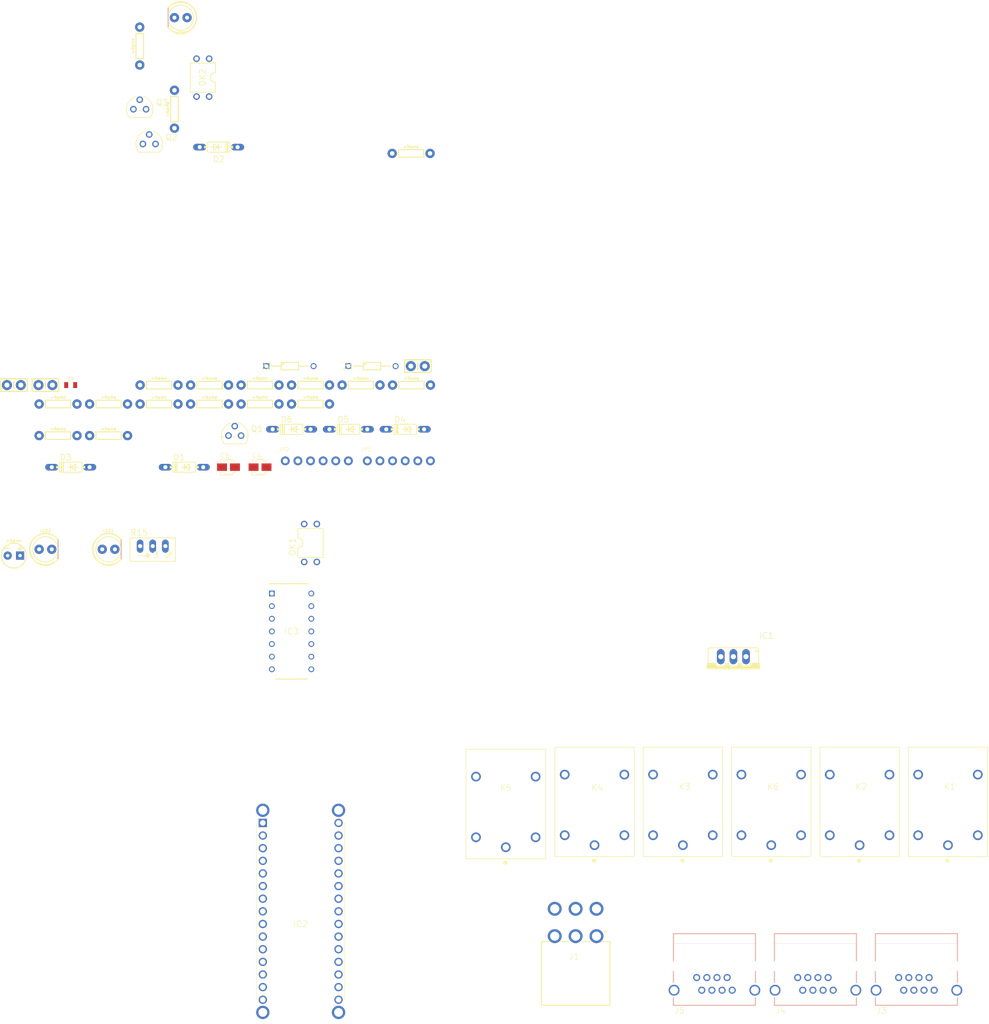
<source format=kicad_pcb>
(kicad_pcb (version 20171130) (host pcbnew "(5.1.6-0-10_14)")

  (general
    (thickness 1.6)
    (drawings 0)
    (tracks 0)
    (zones 0)
    (modules 56)
    (nets 94)
  )

  (page A4)
  (layers
    (0 Top signal)
    (31 Bottom signal)
    (32 B.Adhes user)
    (33 F.Adhes user)
    (34 B.Paste user)
    (35 F.Paste user)
    (36 B.SilkS user)
    (37 F.SilkS user)
    (38 B.Mask user)
    (39 F.Mask user)
    (40 Dwgs.User user)
    (41 Cmts.User user)
    (42 Eco1.User user)
    (43 Eco2.User user)
    (44 Edge.Cuts user)
    (45 Margin user)
    (46 B.CrtYd user)
    (47 F.CrtYd user)
    (48 B.Fab user)
    (49 F.Fab user)
  )

  (setup
    (last_trace_width 0.25)
    (trace_clearance 0.1524)
    (zone_clearance 0.508)
    (zone_45_only no)
    (trace_min 0.2)
    (via_size 0.8)
    (via_drill 0.4)
    (via_min_size 0.4)
    (via_min_drill 0.3)
    (uvia_size 0.3)
    (uvia_drill 0.1)
    (uvias_allowed no)
    (uvia_min_size 0.2)
    (uvia_min_drill 0.1)
    (edge_width 0.05)
    (segment_width 0.2)
    (pcb_text_width 0.3)
    (pcb_text_size 1.5 1.5)
    (mod_edge_width 0.12)
    (mod_text_size 1 1)
    (mod_text_width 0.15)
    (pad_size 1.524 1.524)
    (pad_drill 0.762)
    (pad_to_mask_clearance 0.05)
    (aux_axis_origin 0 0)
    (visible_elements FFFFFF7F)
    (pcbplotparams
      (layerselection 0x010fc_ffffffff)
      (usegerberextensions false)
      (usegerberattributes true)
      (usegerberadvancedattributes true)
      (creategerberjobfile true)
      (excludeedgelayer true)
      (linewidth 0.100000)
      (plotframeref false)
      (viasonmask false)
      (mode 1)
      (useauxorigin false)
      (hpglpennumber 1)
      (hpglpenspeed 20)
      (hpglpendiameter 15.000000)
      (psnegative false)
      (psa4output false)
      (plotreference true)
      (plotvalue true)
      (plotinvisibletext false)
      (padsonsilk false)
      (subtractmaskfromsilk false)
      (outputformat 1)
      (mirror false)
      (drillshape 1)
      (scaleselection 1)
      (outputdirectory ""))
  )

  (net 0 "")
  (net 1 5V)
  (net 2 GND)
  (net 3 /AUTO)
  (net 4 /BRKSIG)
  (net 5 "Net-(J4-Pad4)")
  (net 6 "Net-(J4-Pad6)")
  (net 7 "Net-(K2-Pad3)")
  (net 8 "Net-(J4-Pad2)")
  (net 9 "Net-(J4-Pad8)")
  (net 10 /TTLSIG)
  (net 11 "Net-(J5-Pad4)")
  (net 12 "Net-(J5-Pad6)")
  (net 13 "Net-(K4-Pad3)")
  (net 14 "Net-(J5-Pad2)")
  (net 15 "Net-(J5-Pad8)")
  (net 16 "Net-(D2-PadC)")
  (net 17 "Net-(K5-Pad4)")
  (net 18 "Net-(J5-Pad7)")
  (net 19 "Net-(D2-PadA)")
  (net 20 "Net-(K6-Pad4)")
  (net 21 "Net-(J4-Pad7)")
  (net 22 "Net-(D1-PadA)")
  (net 23 "Net-(J5-PadS2)")
  (net 24 "Net-(J5-PadS1)")
  (net 25 "Net-(J5-Pad5)")
  (net 26 "Net-(J5-Pad1)")
  (net 27 "Net-(J4-PadS2)")
  (net 28 "Net-(J4-PadS1)")
  (net 29 "Net-(J4-Pad5)")
  (net 30 "Net-(J4-Pad1)")
  (net 31 "Net-(J3-PadS2)")
  (net 32 "Net-(J3-PadS1)")
  (net 33 /STRLFT)
  (net 34 /STRRT)
  (net 35 "Net-(J3-Pad6)")
  (net 36 "Net-(J3-Pad5)")
  (net 37 "Net-(J3-Pad4)")
  (net 38 /POTWPR)
  (net 39 "Net-(C2-Pad1)")
  (net 40 "Net-(LED1-PadA)")
  (net 41 "Net-(LED2-PadA)")
  (net 42 "Net-(OK1-Pad3)")
  (net 43 "Net-(Q1-Pad2)")
  (net 44 /BKA)
  (net 45 "Net-(OK1-Pad1)")
  (net 46 "Net-(OK2-Pad3)")
  (net 47 "Net-(Q2-Pad2)")
  (net 48 /TLA)
  (net 49 "Net-(OK2-Pad1)")
  (net 50 "Net-(C5-Pad+)")
  (net 51 "Net-(IC2-Pad8)")
  (net 52 "Net-(IC2-Pad9)")
  (net 53 "Net-(LED3-PadA)")
  (net 54 "Net-(JP1-Pad5)")
  (net 55 /SDA)
  (net 56 /SCL)
  (net 57 "Net-(IC2-PadMH4)")
  (net 58 "Net-(IC2-PadMH3)")
  (net 59 "Net-(IC2-PadMH2)")
  (net 60 "Net-(IC2-PadMH1)")
  (net 61 "Net-(IC2-Pad30)")
  (net 62 "Net-(IC2-Pad29)")
  (net 63 "Net-(IC2-Pad28)")
  (net 64 "Net-(IC2-Pad26)")
  (net 65 "Net-(IC2-Pad25)")
  (net 66 "Net-(IC2-Pad24)")
  (net 67 "Net-(IC2-Pad21)")
  (net 68 "Net-(IC2-Pad20)")
  (net 69 "Net-(IC2-Pad18)")
  (net 70 "Net-(IC2-Pad16)")
  (net 71 "Net-(IC2-Pad15)")
  (net 72 "Net-(IC2-Pad14)")
  (net 73 "Net-(IC2-Pad7)")
  (net 74 "Net-(IC2-Pad6)")
  (net 75 "Net-(IC2-Pad5)")
  (net 76 "Net-(IC2-Pad3)")
  (net 77 "Net-(IC2-Pad2)")
  (net 78 "Net-(IC2-Pad1)")
  (net 79 "Net-(C7-Pad1)")
  (net 80 "Net-(IC3-Pad13)")
  (net 81 "Net-(IC3-Pad12)")
  (net 82 "Net-(IC3-Pad10)")
  (net 83 "Net-(IC3-Pad9)")
  (net 84 "Net-(IC3-Pad8)")
  (net 85 "Net-(IC3-Pad6)")
  (net 86 /PANIC)
  (net 87 "Net-(IC3-Pad3)")
  (net 88 "Net-(IC3-Pad2)")
  (net 89 "Net-(IC3-Pad1)")
  (net 90 "Net-(R11-PadP$2)")
  (net 91 "Net-(R10-PadP$2)")
  (net 92 "Net-(C7-Pad2)")
  (net 93 "Net-(Q3-Pad2)")

  (net_class Default "This is the default net class."
    (clearance 0.1524)
    (trace_width 0.25)
    (via_dia 0.8)
    (via_drill 0.4)
    (uvia_dia 0.3)
    (uvia_drill 0.1)
    (add_net /AUTO)
    (add_net /BKA)
    (add_net /BRKSIG)
    (add_net /PANIC)
    (add_net /POTWPR)
    (add_net /SCL)
    (add_net /SDA)
    (add_net /STRLFT)
    (add_net /STRRT)
    (add_net /TLA)
    (add_net /TTLSIG)
    (add_net 5V)
    (add_net GND)
    (add_net "Net-(C2-Pad1)")
    (add_net "Net-(C5-Pad+)")
    (add_net "Net-(C7-Pad1)")
    (add_net "Net-(C7-Pad2)")
    (add_net "Net-(D1-PadA)")
    (add_net "Net-(D2-PadA)")
    (add_net "Net-(D2-PadC)")
    (add_net "Net-(IC2-Pad1)")
    (add_net "Net-(IC2-Pad14)")
    (add_net "Net-(IC2-Pad15)")
    (add_net "Net-(IC2-Pad16)")
    (add_net "Net-(IC2-Pad18)")
    (add_net "Net-(IC2-Pad2)")
    (add_net "Net-(IC2-Pad20)")
    (add_net "Net-(IC2-Pad21)")
    (add_net "Net-(IC2-Pad24)")
    (add_net "Net-(IC2-Pad25)")
    (add_net "Net-(IC2-Pad26)")
    (add_net "Net-(IC2-Pad28)")
    (add_net "Net-(IC2-Pad29)")
    (add_net "Net-(IC2-Pad3)")
    (add_net "Net-(IC2-Pad30)")
    (add_net "Net-(IC2-Pad5)")
    (add_net "Net-(IC2-Pad6)")
    (add_net "Net-(IC2-Pad7)")
    (add_net "Net-(IC2-Pad8)")
    (add_net "Net-(IC2-Pad9)")
    (add_net "Net-(IC2-PadMH1)")
    (add_net "Net-(IC2-PadMH2)")
    (add_net "Net-(IC2-PadMH3)")
    (add_net "Net-(IC2-PadMH4)")
    (add_net "Net-(IC3-Pad1)")
    (add_net "Net-(IC3-Pad10)")
    (add_net "Net-(IC3-Pad12)")
    (add_net "Net-(IC3-Pad13)")
    (add_net "Net-(IC3-Pad2)")
    (add_net "Net-(IC3-Pad3)")
    (add_net "Net-(IC3-Pad6)")
    (add_net "Net-(IC3-Pad8)")
    (add_net "Net-(IC3-Pad9)")
    (add_net "Net-(J3-Pad4)")
    (add_net "Net-(J3-Pad5)")
    (add_net "Net-(J3-Pad6)")
    (add_net "Net-(J3-PadS1)")
    (add_net "Net-(J3-PadS2)")
    (add_net "Net-(J4-Pad1)")
    (add_net "Net-(J4-Pad2)")
    (add_net "Net-(J4-Pad4)")
    (add_net "Net-(J4-Pad5)")
    (add_net "Net-(J4-Pad6)")
    (add_net "Net-(J4-Pad7)")
    (add_net "Net-(J4-Pad8)")
    (add_net "Net-(J4-PadS1)")
    (add_net "Net-(J4-PadS2)")
    (add_net "Net-(J5-Pad1)")
    (add_net "Net-(J5-Pad2)")
    (add_net "Net-(J5-Pad4)")
    (add_net "Net-(J5-Pad5)")
    (add_net "Net-(J5-Pad6)")
    (add_net "Net-(J5-Pad7)")
    (add_net "Net-(J5-Pad8)")
    (add_net "Net-(J5-PadS1)")
    (add_net "Net-(J5-PadS2)")
    (add_net "Net-(JP1-Pad5)")
    (add_net "Net-(K2-Pad3)")
    (add_net "Net-(K4-Pad3)")
    (add_net "Net-(K5-Pad4)")
    (add_net "Net-(K6-Pad4)")
    (add_net "Net-(LED1-PadA)")
    (add_net "Net-(LED2-PadA)")
    (add_net "Net-(LED3-PadA)")
    (add_net "Net-(OK1-Pad1)")
    (add_net "Net-(OK1-Pad3)")
    (add_net "Net-(OK2-Pad1)")
    (add_net "Net-(OK2-Pad3)")
    (add_net "Net-(Q1-Pad2)")
    (add_net "Net-(Q2-Pad2)")
    (add_net "Net-(Q3-Pad2)")
    (add_net "Net-(R10-PadP$2)")
    (add_net "Net-(R11-PadP$2)")
  )

  (module JACart:CAP-PTH-SMALL-KIT (layer Top) (tedit 0) (tstamp 5FAC0505)
    (at 7.0611 19.2736)
    (descr "<h3>CAP-PTH-SMALL-KIT</h3>\nCommonly used for small ceramic capacitors. Like our 0.1uF (http://www.sparkfun.com/products/8375) or 22pF caps (http://www.sparkfun.com/products/8571).<br>\n<br>\n<b>Warning:</b> This is the KIT version of this package. This package has a smaller diameter top stop mask, which doesn't cover the diameter of the pad. This means only the bottom side of the pads' copper will be exposed. You'll only be able to solder to the bottom side.")
    (path /2B08E60C)
    (fp_text reference C1 (at 0 0) (layer F.SilkS) hide
      (effects (font (size 1.27 1.27) (thickness 0.15)))
    )
    (fp_text value 0.1uF (at 0 0) (layer F.SilkS) hide
      (effects (font (size 1.27 1.27) (thickness 0.15)))
    )
    (fp_poly (pts (xy 1.3945 0.4395) (xy 1.394501 0.4395) (xy 1.227502 0.410335) (xy 1.084381 0.319474)
      (xy 0.986933 0.180754) (xy 0.95 0.0153) (xy 0.980341 -0.160033) (xy 1.075469 -0.310409)
      (xy 1.3945 -0.452) (xy 1.394499 -0.452) (xy 1.565937 -0.414876) (xy 1.710119 -0.314971)
      (xy 1.8364 0.0051) (xy 1.8364 0.005099) (xy 1.801626 0.172494) (xy 1.705432 0.313834)) (layer F.Mask) (width 0))
    (fp_poly (pts (xy 1.397 0.9475) (xy 1.397001 0.9475) (xy 1.187003 0.926679) (xy 0.986904 0.85965)
      (xy 0.806737 0.749776) (xy 0.655536 0.602566) (xy 0.540884 0.425401) (xy 0.4421 0.0178)
      (xy 0.46369 -0.196984) (xy 0.532538 -0.401577) (xy 0.645192 -0.585717) (xy 0.796001 -0.740168)
      (xy 0.9774 -0.857183) (xy 1.180292 -0.930892) (xy 1.3945 -0.9576) (xy 1.608659 -0.930315)
      (xy 1.811377 -0.85606) (xy 1.99249 -0.738557) (xy 2.142914 -0.583699) (xy 2.255108 -0.39925)
      (xy 2.323446 -0.194461) (xy 2.3445 0.0204) (xy 2.3445 0.020398) (xy 2.318767 0.228728)
      (xy 2.247309 0.426104) (xy 2.133712 0.602624) (xy 1.983674 0.749431) (xy 1.804725 0.85916)) (layer B.Mask) (width 0))
    (fp_poly (pts (xy -1.4046 0.4395) (xy -1.404598 0.4395) (xy -1.571597 0.410335) (xy -1.714718 0.319474)
      (xy -1.812166 0.180754) (xy -1.8491 0.0153) (xy -1.818759 -0.160033) (xy -1.723631 -0.310409)
      (xy -1.4046 -0.452) (xy -1.404601 -0.452) (xy -1.233163 -0.414876) (xy -1.088981 -0.314971)
      (xy -0.9627 0.0051) (xy -0.997474 0.172495) (xy -1.093669 0.313834)) (layer F.Mask) (width 0))
    (fp_poly (pts (xy -1.4021 0.9475) (xy -1.402099 0.9475) (xy -1.612097 0.926679) (xy -1.812196 0.85965)
      (xy -1.992363 0.749776) (xy -2.143564 0.602566) (xy -2.258216 0.425401) (xy -2.357 0.0178)
      (xy -2.357 0.017801) (xy -2.33541 -0.196984) (xy -2.266562 -0.401577) (xy -2.153909 -0.585717)
      (xy -2.0031 -0.740168) (xy -1.8217 -0.857183) (xy -1.618808 -0.930893) (xy -1.4046 -0.9576)
      (xy -1.190441 -0.930315) (xy -0.987723 -0.85606) (xy -0.80661 -0.738557) (xy -0.656186 -0.583699)
      (xy -0.543992 -0.39925) (xy -0.475654 -0.194461) (xy -0.4546 0.0204) (xy -0.4546 0.020399)
      (xy -0.480334 0.228729) (xy -0.551792 0.426104) (xy -0.665389 0.602624) (xy -0.815426 0.749431)
      (xy -0.994376 0.859159)) (layer B.Mask) (width 0))
    (fp_line (start -2.667 1.27) (end -2.667 -1.27) (layer F.SilkS) (width 0.254))
    (fp_line (start 2.667 1.27) (end -2.667 1.27) (layer F.SilkS) (width 0.254))
    (fp_line (start 2.667 -1.27) (end 2.667 1.27) (layer F.SilkS) (width 0.254))
    (fp_line (start -2.667 -1.27) (end 2.667 -1.27) (layer F.SilkS) (width 0.254))
    (fp_line (start 0 -0.635) (end 0 0.635) (layer F.SilkS) (width 0.254))
    (pad 2 thru_hole circle (at 1.397 0) (size 2.032 2.032) (drill 1.016) (layers *.Cu *.Mask)
      (net 2 GND) (solder_mask_margin 0.1016))
    (pad 1 thru_hole circle (at -1.397 0) (size 2.032 2.032) (drill 1.016) (layers *.Cu *.Mask)
      (net 1 5V) (solder_mask_margin 0.1016))
  )

  (module JACart:0805 (layer Top) (tedit 0) (tstamp 5FAC0513)
    (at 12.1411 19.2736)
    (descr "<p><b>Generic 2012 (0805) package</b></p>\n<p>0.2mm courtyard excess rounded to nearest 0.05mm.</p>")
    (path /230BF09B)
    (fp_text reference C2 (at 0 -0.889) (layer F.SilkS)
      (effects (font (size 0.57912 0.57912) (thickness 0.115824)) (justify bottom))
    )
    (fp_text value 0.33µF (at 0 0.889) (layer F.Fab)
      (effects (font (size 0.57912 0.57912) (thickness 0.115824)) (justify top))
    )
    (fp_line (start -1.5 0.8) (end -1.5 -0.8) (layer Dwgs.User) (width 0.0508))
    (fp_line (start 1.5 0.8) (end -1.5 0.8) (layer Dwgs.User) (width 0.0508))
    (fp_line (start 1.5 -0.8) (end 1.5 0.8) (layer Dwgs.User) (width 0.0508))
    (fp_line (start -1.5 -0.8) (end 1.5 -0.8) (layer Dwgs.User) (width 0.0508))
    (pad 2 smd rect (at 0.9 0) (size 0.8 1.2) (layers Top F.Paste F.Mask)
      (net 2 GND) (solder_mask_margin 0.1016))
    (pad 1 smd rect (at -0.9 0) (size 0.8 1.2) (layers Top F.Paste F.Mask)
      (net 39 "Net-(C2-Pad1)") (solder_mask_margin 0.1016))
  )

  (module JACart:CPOL-RADIAL-2.5MM-5MM (layer Top) (tedit 0) (tstamp 5FAC051C)
    (at 0.7111 53.5636)
    (descr "2.5 mm spaced PTHs with 5 mm diameter outline and standard solder mask")
    (path /2BEFCB2E)
    (fp_text reference C3 (at 0 -2.667) (layer F.SilkS) hide
      (effects (font (size 0.57912 0.57912) (thickness 0.115824)))
    )
    (fp_text value 10uF (at 0 2.667) (layer F.SilkS) hide
      (effects (font (size 0.57912 0.57912) (thickness 0.115824)))
    )
    (fp_line (start 1.25 -1.905) (end 1.25 -0.889) (layer F.SilkS) (width 0.2032))
    (fp_line (start 1.758 -1.397) (end 0.742 -1.397) (layer F.SilkS) (width 0.2032))
    (fp_line (start -0.742 -1.397) (end -1.758 -1.397) (layer F.SilkS) (width 0.2032))
    (fp_text user >Value (at 0 2.667) (layer F.Fab)
      (effects (font (size 0.57912 0.57912) (thickness 0.12192)) (justify top))
    )
    (fp_text user >Name (at 0 -2.667) (layer F.SilkS)
      (effects (font (size 0.57912 0.57912) (thickness 0.12192)) (justify bottom))
    )
    (fp_circle (center 0 0) (end 2.5 0) (layer F.SilkS) (width 0.2032))
    (pad 2 thru_hole circle (at -1.25 0) (size 1.651 1.651) (drill 0.7) (layers *.Cu *.Mask)
      (net 2 GND) (solder_mask_margin 0.1016))
    (pad 1 thru_hole rect (at 1.25 0) (size 1.651 1.651) (drill 0.7) (layers *.Cu *.Mask)
      (net 1 5V) (solder_mask_margin 0.1016))
  )

  (module JACart:PANASONIC_A (layer Top) (tedit 0) (tstamp 5FAC0527)
    (at 50.2411 35.7836)
    (descr "<b>Panasonic Aluminium Electrolytic Capacitor VS-Serie Package A</b>")
    (path /B96E9B7A)
    (fp_text reference C4 (at -1.65 -1.75) (layer F.SilkS)
      (effects (font (size 0.9652 0.9652) (thickness 0.077216)) (justify left bottom))
    )
    (fp_text value 330uF (at -1.65 2.825) (layer F.Fab)
      (effects (font (size 0.9652 0.9652) (thickness 0.077216)) (justify left bottom))
    )
    (fp_poly (pts (xy -0.85 -1.1) (xy -1.15 -0.8) (xy -1.35 -0.3) (xy -1.35 0.3)
      (xy -1.15 0.8) (xy -0.85 1.1) (xy -0.85 -1.05)) (layer F.Fab) (width 0))
    (fp_poly (pts (xy 1.45 0.3) (xy 1.8 0.3) (xy 1.8 -0.3) (xy 1.45 -0.3)) (layer F.Fab) (width 0))
    (fp_poly (pts (xy -1.8 0.3) (xy -1.45 0.3) (xy -1.45 -0.3) (xy -1.8 -0.3)) (layer F.Fab) (width 0))
    (fp_circle (center 0 0) (end 1.45 0) (layer F.Fab) (width 0.1016))
    (fp_line (start -0.8 -1.2) (end -0.8 1.2) (layer F.Fab) (width 0.1016))
    (fp_line (start -1.6 1.6) (end -1.6 0.95) (layer F.SilkS) (width 0.1016))
    (fp_line (start 0.8 1.6) (end -1.6 1.6) (layer F.SilkS) (width 0.1016))
    (fp_line (start 1.5 0.9) (end 0.8 1.6) (layer F.SilkS) (width 0.1016))
    (fp_line (start 0.8 -1.6) (end 1.5 -0.9) (layer F.SilkS) (width 0.1016))
    (fp_line (start -1.6 -1.6) (end 0.8 -1.6) (layer F.SilkS) (width 0.1016))
    (fp_line (start -1.6 -0.95) (end -1.6 -1.6) (layer F.SilkS) (width 0.1016))
    (fp_arc (start 0.004444 0) (end -1.1 0.95) (angle -101.144396) (layer F.SilkS) (width 0.1016))
    (fp_arc (start 0 0) (end -1.1 -0.95) (angle 98.369832) (layer F.SilkS) (width 0.1016))
    (fp_line (start -1.6 1.6) (end -1.6 -1.6) (layer F.Fab) (width 0.1016))
    (fp_line (start 0.8 1.6) (end -1.6 1.6) (layer F.Fab) (width 0.1016))
    (fp_line (start 1.6 0.8) (end 0.8 1.6) (layer F.Fab) (width 0.1016))
    (fp_line (start 1.6 -0.8) (end 1.6 0.8) (layer F.Fab) (width 0.1016))
    (fp_line (start 0.8 -1.6) (end 1.6 -0.8) (layer F.Fab) (width 0.1016))
    (fp_line (start -1.6 -1.6) (end 0.8 -1.6) (layer F.Fab) (width 0.1016))
    (pad + smd rect (at 1.3 0) (size 2 1.5) (layers Top F.Paste F.Mask)
      (net 10 /TTLSIG) (solder_mask_margin 0.1016))
    (pad - smd rect (at -1.3 0) (size 2 1.5) (layers Top F.Paste F.Mask)
      (net 2 GND) (solder_mask_margin 0.1016))
  )

  (module JACart:PANASONIC_A (layer Top) (tedit 0) (tstamp 5FAC053F)
    (at 43.8911 35.7836)
    (descr "<b>Panasonic Aluminium Electrolytic Capacitor VS-Serie Package A</b>")
    (path /3BD10CB6)
    (fp_text reference C5 (at -1.65 -1.75) (layer F.SilkS)
      (effects (font (size 0.9652 0.9652) (thickness 0.077216)) (justify left bottom))
    )
    (fp_text value 330uF (at -1.65 2.825) (layer F.Fab)
      (effects (font (size 0.9652 0.9652) (thickness 0.077216)) (justify left bottom))
    )
    (fp_poly (pts (xy -0.85 -1.1) (xy -1.15 -0.8) (xy -1.35 -0.3) (xy -1.35 0.3)
      (xy -1.15 0.8) (xy -0.85 1.1) (xy -0.85 -1.05)) (layer F.Fab) (width 0))
    (fp_poly (pts (xy 1.45 0.3) (xy 1.8 0.3) (xy 1.8 -0.3) (xy 1.45 -0.3)) (layer F.Fab) (width 0))
    (fp_poly (pts (xy -1.8 0.3) (xy -1.45 0.3) (xy -1.45 -0.3) (xy -1.8 -0.3)) (layer F.Fab) (width 0))
    (fp_circle (center 0 0) (end 1.45 0) (layer F.Fab) (width 0.1016))
    (fp_line (start -0.8 -1.2) (end -0.8 1.2) (layer F.Fab) (width 0.1016))
    (fp_line (start -1.6 1.6) (end -1.6 0.95) (layer F.SilkS) (width 0.1016))
    (fp_line (start 0.8 1.6) (end -1.6 1.6) (layer F.SilkS) (width 0.1016))
    (fp_line (start 1.5 0.9) (end 0.8 1.6) (layer F.SilkS) (width 0.1016))
    (fp_line (start 0.8 -1.6) (end 1.5 -0.9) (layer F.SilkS) (width 0.1016))
    (fp_line (start -1.6 -1.6) (end 0.8 -1.6) (layer F.SilkS) (width 0.1016))
    (fp_line (start -1.6 -0.95) (end -1.6 -1.6) (layer F.SilkS) (width 0.1016))
    (fp_arc (start 0.004444 0) (end -1.1 0.95) (angle -101.144396) (layer F.SilkS) (width 0.1016))
    (fp_arc (start 0 0) (end -1.1 -0.95) (angle 98.369832) (layer F.SilkS) (width 0.1016))
    (fp_line (start -1.6 1.6) (end -1.6 -1.6) (layer F.Fab) (width 0.1016))
    (fp_line (start 0.8 1.6) (end -1.6 1.6) (layer F.Fab) (width 0.1016))
    (fp_line (start 1.6 0.8) (end 0.8 1.6) (layer F.Fab) (width 0.1016))
    (fp_line (start 1.6 -0.8) (end 1.6 0.8) (layer F.Fab) (width 0.1016))
    (fp_line (start 0.8 -1.6) (end 1.6 -0.8) (layer F.Fab) (width 0.1016))
    (fp_line (start -1.6 -1.6) (end 0.8 -1.6) (layer F.Fab) (width 0.1016))
    (pad + smd rect (at 1.3 0) (size 2 1.5) (layers Top F.Paste F.Mask)
      (net 50 "Net-(C5-Pad+)") (solder_mask_margin 0.1016))
    (pad - smd rect (at -1.3 0) (size 2 1.5) (layers Top F.Paste F.Mask)
      (net 2 GND) (solder_mask_margin 0.1016))
  )

  (module JACart:CAP-PTH-SMALL-KIT (layer Top) (tedit 0) (tstamp 5FAC0557)
    (at 0.7111 19.2736)
    (descr "<h3>CAP-PTH-SMALL-KIT</h3>\nCommonly used for small ceramic capacitors. Like our 0.1uF (http://www.sparkfun.com/products/8375) or 22pF caps (http://www.sparkfun.com/products/8571).<br>\n<br>\n<b>Warning:</b> This is the KIT version of this package. This package has a smaller diameter top stop mask, which doesn't cover the diameter of the pad. This means only the bottom side of the pads' copper will be exposed. You'll only be able to solder to the bottom side.")
    (path /FDFA29AC)
    (fp_text reference C6 (at 0 0) (layer F.SilkS) hide
      (effects (font (size 1.27 1.27) (thickness 0.15)))
    )
    (fp_text value 0.1uF (at 0 0) (layer F.SilkS) hide
      (effects (font (size 1.27 1.27) (thickness 0.15)))
    )
    (fp_poly (pts (xy 1.3945 0.4395) (xy 1.394501 0.4395) (xy 1.227502 0.410335) (xy 1.084381 0.319474)
      (xy 0.986933 0.180754) (xy 0.95 0.0153) (xy 0.980341 -0.160033) (xy 1.075469 -0.310409)
      (xy 1.3945 -0.452) (xy 1.394499 -0.452) (xy 1.565937 -0.414876) (xy 1.710119 -0.314971)
      (xy 1.8364 0.0051) (xy 1.8364 0.005099) (xy 1.801626 0.172494) (xy 1.705432 0.313834)) (layer F.Mask) (width 0))
    (fp_poly (pts (xy 1.397 0.9475) (xy 1.397001 0.9475) (xy 1.187003 0.926679) (xy 0.986904 0.85965)
      (xy 0.806737 0.749776) (xy 0.655536 0.602566) (xy 0.540884 0.425401) (xy 0.4421 0.0178)
      (xy 0.46369 -0.196984) (xy 0.532538 -0.401577) (xy 0.645192 -0.585717) (xy 0.796001 -0.740168)
      (xy 0.9774 -0.857183) (xy 1.180292 -0.930892) (xy 1.3945 -0.9576) (xy 1.608659 -0.930315)
      (xy 1.811377 -0.85606) (xy 1.99249 -0.738557) (xy 2.142914 -0.583699) (xy 2.255108 -0.39925)
      (xy 2.323446 -0.194461) (xy 2.3445 0.0204) (xy 2.3445 0.020398) (xy 2.318767 0.228728)
      (xy 2.247309 0.426104) (xy 2.133712 0.602624) (xy 1.983674 0.749431) (xy 1.804725 0.85916)) (layer B.Mask) (width 0))
    (fp_poly (pts (xy -1.4046 0.4395) (xy -1.404598 0.4395) (xy -1.571597 0.410335) (xy -1.714718 0.319474)
      (xy -1.812166 0.180754) (xy -1.8491 0.0153) (xy -1.818759 -0.160033) (xy -1.723631 -0.310409)
      (xy -1.4046 -0.452) (xy -1.404601 -0.452) (xy -1.233163 -0.414876) (xy -1.088981 -0.314971)
      (xy -0.9627 0.0051) (xy -0.997474 0.172495) (xy -1.093669 0.313834)) (layer F.Mask) (width 0))
    (fp_poly (pts (xy -1.4021 0.9475) (xy -1.402099 0.9475) (xy -1.612097 0.926679) (xy -1.812196 0.85965)
      (xy -1.992363 0.749776) (xy -2.143564 0.602566) (xy -2.258216 0.425401) (xy -2.357 0.0178)
      (xy -2.357 0.017801) (xy -2.33541 -0.196984) (xy -2.266562 -0.401577) (xy -2.153909 -0.585717)
      (xy -2.0031 -0.740168) (xy -1.8217 -0.857183) (xy -1.618808 -0.930893) (xy -1.4046 -0.9576)
      (xy -1.190441 -0.930315) (xy -0.987723 -0.85606) (xy -0.80661 -0.738557) (xy -0.656186 -0.583699)
      (xy -0.543992 -0.39925) (xy -0.475654 -0.194461) (xy -0.4546 0.0204) (xy -0.4546 0.020399)
      (xy -0.480334 0.228729) (xy -0.551792 0.426104) (xy -0.665389 0.602624) (xy -0.815426 0.749431)
      (xy -0.994376 0.859159)) (layer B.Mask) (width 0))
    (fp_line (start -2.667 1.27) (end -2.667 -1.27) (layer F.SilkS) (width 0.254))
    (fp_line (start 2.667 1.27) (end -2.667 1.27) (layer F.SilkS) (width 0.254))
    (fp_line (start 2.667 -1.27) (end 2.667 1.27) (layer F.SilkS) (width 0.254))
    (fp_line (start -2.667 -1.27) (end 2.667 -1.27) (layer F.SilkS) (width 0.254))
    (fp_line (start 0 -0.635) (end 0 0.635) (layer F.SilkS) (width 0.254))
    (pad 2 thru_hole circle (at 1.397 0) (size 2.032 2.032) (drill 1.016) (layers *.Cu *.Mask)
      (net 2 GND) (solder_mask_margin 0.1016))
    (pad 1 thru_hole circle (at -1.397 0) (size 2.032 2.032) (drill 1.016) (layers *.Cu *.Mask)
      (net 1 5V) (solder_mask_margin 0.1016))
  )

  (module JACart:CAP-PTH-SMALL-KIT (layer Top) (tedit 0) (tstamp 5FAC0565)
    (at 81.9911 15.4636)
    (descr "<h3>CAP-PTH-SMALL-KIT</h3>\nCommonly used for small ceramic capacitors. Like our 0.1uF (http://www.sparkfun.com/products/8375) or 22pF caps (http://www.sparkfun.com/products/8571).<br>\n<br>\n<b>Warning:</b> This is the KIT version of this package. This package has a smaller diameter top stop mask, which doesn't cover the diameter of the pad. This means only the bottom side of the pads' copper will be exposed. You'll only be able to solder to the bottom side.")
    (path /ABE2F8F8)
    (fp_text reference C7 (at 0 0) (layer F.SilkS) hide
      (effects (font (size 1.27 1.27) (thickness 0.15)))
    )
    (fp_text value 1.0uF (at 0 0) (layer F.SilkS) hide
      (effects (font (size 1.27 1.27) (thickness 0.15)))
    )
    (fp_poly (pts (xy 1.3945 0.4395) (xy 1.394501 0.4395) (xy 1.227502 0.410335) (xy 1.084381 0.319474)
      (xy 0.986933 0.180754) (xy 0.95 0.0153) (xy 0.980341 -0.160033) (xy 1.075469 -0.310409)
      (xy 1.3945 -0.452) (xy 1.394499 -0.452) (xy 1.565937 -0.414876) (xy 1.710119 -0.314971)
      (xy 1.8364 0.0051) (xy 1.8364 0.005099) (xy 1.801626 0.172494) (xy 1.705432 0.313834)) (layer F.Mask) (width 0))
    (fp_poly (pts (xy 1.397 0.9475) (xy 1.397001 0.9475) (xy 1.187003 0.926679) (xy 0.986904 0.85965)
      (xy 0.806737 0.749776) (xy 0.655536 0.602566) (xy 0.540884 0.425401) (xy 0.4421 0.0178)
      (xy 0.46369 -0.196984) (xy 0.532538 -0.401577) (xy 0.645192 -0.585717) (xy 0.796001 -0.740168)
      (xy 0.9774 -0.857183) (xy 1.180292 -0.930892) (xy 1.3945 -0.9576) (xy 1.608659 -0.930315)
      (xy 1.811377 -0.85606) (xy 1.99249 -0.738557) (xy 2.142914 -0.583699) (xy 2.255108 -0.39925)
      (xy 2.323446 -0.194461) (xy 2.3445 0.0204) (xy 2.3445 0.020398) (xy 2.318767 0.228728)
      (xy 2.247309 0.426104) (xy 2.133712 0.602624) (xy 1.983674 0.749431) (xy 1.804725 0.85916)) (layer B.Mask) (width 0))
    (fp_poly (pts (xy -1.4046 0.4395) (xy -1.404598 0.4395) (xy -1.571597 0.410335) (xy -1.714718 0.319474)
      (xy -1.812166 0.180754) (xy -1.8491 0.0153) (xy -1.818759 -0.160033) (xy -1.723631 -0.310409)
      (xy -1.4046 -0.452) (xy -1.404601 -0.452) (xy -1.233163 -0.414876) (xy -1.088981 -0.314971)
      (xy -0.9627 0.0051) (xy -0.997474 0.172495) (xy -1.093669 0.313834)) (layer F.Mask) (width 0))
    (fp_poly (pts (xy -1.4021 0.9475) (xy -1.402099 0.9475) (xy -1.612097 0.926679) (xy -1.812196 0.85965)
      (xy -1.992363 0.749776) (xy -2.143564 0.602566) (xy -2.258216 0.425401) (xy -2.357 0.0178)
      (xy -2.357 0.017801) (xy -2.33541 -0.196984) (xy -2.266562 -0.401577) (xy -2.153909 -0.585717)
      (xy -2.0031 -0.740168) (xy -1.8217 -0.857183) (xy -1.618808 -0.930893) (xy -1.4046 -0.9576)
      (xy -1.190441 -0.930315) (xy -0.987723 -0.85606) (xy -0.80661 -0.738557) (xy -0.656186 -0.583699)
      (xy -0.543992 -0.39925) (xy -0.475654 -0.194461) (xy -0.4546 0.0204) (xy -0.4546 0.020399)
      (xy -0.480334 0.228729) (xy -0.551792 0.426104) (xy -0.665389 0.602624) (xy -0.815426 0.749431)
      (xy -0.994376 0.859159)) (layer B.Mask) (width 0))
    (fp_line (start -2.667 1.27) (end -2.667 -1.27) (layer F.SilkS) (width 0.254))
    (fp_line (start 2.667 1.27) (end -2.667 1.27) (layer F.SilkS) (width 0.254))
    (fp_line (start 2.667 -1.27) (end 2.667 1.27) (layer F.SilkS) (width 0.254))
    (fp_line (start -2.667 -1.27) (end 2.667 -1.27) (layer F.SilkS) (width 0.254))
    (fp_line (start 0 -0.635) (end 0 0.635) (layer F.SilkS) (width 0.254))
    (pad 2 thru_hole circle (at 1.397 0) (size 2.032 2.032) (drill 1.016) (layers *.Cu *.Mask)
      (net 92 "Net-(C7-Pad2)") (solder_mask_margin 0.1016))
    (pad 1 thru_hole circle (at -1.397 0) (size 2.032 2.032) (drill 1.016) (layers *.Cu *.Mask)
      (net 79 "Net-(C7-Pad1)") (solder_mask_margin 0.1016))
  )

  (module JACart:DO35-7 (layer Top) (tedit 0) (tstamp 5FAC0573)
    (at 35.0011 35.7836)
    (descr "<B>DIODE</B><p>\ndiameter 2 mm, horizontal, grid 7.62 mm")
    (path /4DF527AB)
    (fp_text reference D1 (at -2.286 -1.27) (layer F.SilkS)
      (effects (font (size 1.2065 1.2065) (thickness 0.12065)) (justify left bottom))
    )
    (fp_text value 1N4148 (at -2.286 2.667) (layer F.Fab)
      (effects (font (size 1.2065 1.2065) (thickness 0.12065)) (justify left bottom))
    )
    (fp_poly (pts (xy -2.921 0.254) (xy -2.286 0.254) (xy -2.286 -0.254) (xy -2.921 -0.254)) (layer F.SilkS) (width 0))
    (fp_poly (pts (xy 2.286 0.254) (xy 2.921 0.254) (xy 2.921 -0.254) (xy 2.286 -0.254)) (layer F.SilkS) (width 0))
    (fp_poly (pts (xy -1.905 1.016) (xy -1.397 1.016) (xy -1.397 -1.016) (xy -1.905 -1.016)) (layer F.SilkS) (width 0))
    (fp_line (start -2.032 -1.016) (end 2.032 -1.016) (layer F.SilkS) (width 0.1524))
    (fp_line (start -2.286 -0.762) (end -2.286 0.762) (layer F.SilkS) (width 0.1524))
    (fp_line (start -2.032 1.016) (end 2.032 1.016) (layer F.SilkS) (width 0.1524))
    (fp_arc (start -2.032 0.762) (end -2.286 0.762) (angle -90) (layer F.SilkS) (width 0.1524))
    (fp_arc (start -2.032 -0.762) (end -2.286 -0.762) (angle 90) (layer F.SilkS) (width 0.1524))
    (fp_arc (start 2.032 0.762) (end 2.032 1.016) (angle -90) (layer F.SilkS) (width 0.1524))
    (fp_line (start 2.286 -0.762) (end 2.286 0.762) (layer F.SilkS) (width 0.1524))
    (fp_arc (start 2.032 -0.762) (end 2.032 -1.016) (angle 90) (layer F.SilkS) (width 0.1524))
    (fp_line (start 0 0) (end 0 0.635) (layer F.SilkS) (width 0.1524))
    (fp_line (start 0 -0.635) (end 0 0) (layer F.SilkS) (width 0.1524))
    (fp_line (start 0 0) (end 1.016 -0.635) (layer F.SilkS) (width 0.1524))
    (fp_line (start 0 0) (end 1.524 0) (layer F.SilkS) (width 0.1524))
    (fp_line (start 1.016 0.635) (end 0 0) (layer F.SilkS) (width 0.1524))
    (fp_line (start 1.016 -0.635) (end 1.016 0.635) (layer F.SilkS) (width 0.1524))
    (fp_line (start -0.635 0) (end 0 0) (layer F.SilkS) (width 0.1524))
    (fp_line (start -3.81 0) (end -2.921 0) (layer F.Fab) (width 0.508))
    (fp_line (start 3.81 0) (end 2.921 0) (layer F.Fab) (width 0.508))
    (pad A thru_hole oval (at 3.81 0) (size 2.6416 1.3208) (drill 0.8128) (layers *.Cu *.Mask)
      (net 22 "Net-(D1-PadA)") (solder_mask_margin 0.1016))
    (pad C thru_hole oval (at -3.81 0) (size 2.6416 1.3208) (drill 0.8128) (layers *.Cu *.Mask)
      (net 1 5V) (solder_mask_margin 0.1016))
  )

  (module JACart:DO35-7 (layer Top) (tedit 0) (tstamp 5FAC058C)
    (at 41.91 -28.575 180)
    (descr "<B>DIODE</B><p>\ndiameter 2 mm, horizontal, grid 7.62 mm")
    (path /E3018A2C)
    (fp_text reference D2 (at -1.27 -3.175) (layer F.SilkS)
      (effects (font (size 1.2065 1.2065) (thickness 0.12065)) (justify right bottom))
    )
    (fp_text value 1N4148 (at -2.286 2.667) (layer F.Fab)
      (effects (font (size 1.2065 1.2065) (thickness 0.12065)) (justify right bottom))
    )
    (fp_poly (pts (xy -2.921 0.254) (xy -2.286 0.254) (xy -2.286 -0.254) (xy -2.921 -0.254)) (layer F.SilkS) (width 0))
    (fp_poly (pts (xy 2.286 0.254) (xy 2.921 0.254) (xy 2.921 -0.254) (xy 2.286 -0.254)) (layer F.SilkS) (width 0))
    (fp_poly (pts (xy -1.905 1.016) (xy -1.397 1.016) (xy -1.397 -1.016) (xy -1.905 -1.016)) (layer F.SilkS) (width 0))
    (fp_line (start -2.032 -1.016) (end 2.032 -1.016) (layer F.SilkS) (width 0.1524))
    (fp_line (start -2.286 -0.762) (end -2.286 0.762) (layer F.SilkS) (width 0.1524))
    (fp_line (start -2.032 1.016) (end 2.032 1.016) (layer F.SilkS) (width 0.1524))
    (fp_arc (start -2.032 0.762) (end -2.286 0.762) (angle -90) (layer F.SilkS) (width 0.1524))
    (fp_arc (start -2.032 -0.762) (end -2.286 -0.762) (angle 90) (layer F.SilkS) (width 0.1524))
    (fp_arc (start 2.032 0.762) (end 2.032 1.016) (angle -90) (layer F.SilkS) (width 0.1524))
    (fp_line (start 2.286 -0.762) (end 2.286 0.762) (layer F.SilkS) (width 0.1524))
    (fp_arc (start 2.032 -0.762) (end 2.032 -1.016) (angle 90) (layer F.SilkS) (width 0.1524))
    (fp_line (start 0 0) (end 0 0.635) (layer F.SilkS) (width 0.1524))
    (fp_line (start 0 -0.635) (end 0 0) (layer F.SilkS) (width 0.1524))
    (fp_line (start 0 0) (end 1.016 -0.635) (layer F.SilkS) (width 0.1524))
    (fp_line (start 0 0) (end 1.524 0) (layer F.SilkS) (width 0.1524))
    (fp_line (start 1.016 0.635) (end 0 0) (layer F.SilkS) (width 0.1524))
    (fp_line (start 1.016 -0.635) (end 1.016 0.635) (layer F.SilkS) (width 0.1524))
    (fp_line (start -0.635 0) (end 0 0) (layer F.SilkS) (width 0.1524))
    (fp_line (start -3.81 0) (end -2.921 0) (layer F.Fab) (width 0.508))
    (fp_line (start 3.81 0) (end 2.921 0) (layer F.Fab) (width 0.508))
    (pad A thru_hole oval (at 3.81 0 180) (size 2.6416 1.3208) (drill 0.8128) (layers *.Cu *.Mask)
      (net 19 "Net-(D2-PadA)") (solder_mask_margin 0.1016))
    (pad C thru_hole oval (at -3.81 0 180) (size 2.6416 1.3208) (drill 0.8128) (layers *.Cu *.Mask)
      (net 16 "Net-(D2-PadC)") (solder_mask_margin 0.1016))
  )

  (module JACart:DO35-7 (layer Top) (tedit 0) (tstamp 5FAC05A5)
    (at 12.1411 35.7836)
    (descr "<B>DIODE</B><p>\ndiameter 2 mm, horizontal, grid 7.62 mm")
    (path /8170C27B)
    (fp_text reference D3 (at -2.286 -1.27) (layer F.SilkS)
      (effects (font (size 1.2065 1.2065) (thickness 0.12065)) (justify left bottom))
    )
    (fp_text value 1N4148 (at -2.286 2.667) (layer F.Fab)
      (effects (font (size 1.2065 1.2065) (thickness 0.12065)) (justify left bottom))
    )
    (fp_poly (pts (xy -2.921 0.254) (xy -2.286 0.254) (xy -2.286 -0.254) (xy -2.921 -0.254)) (layer F.SilkS) (width 0))
    (fp_poly (pts (xy 2.286 0.254) (xy 2.921 0.254) (xy 2.921 -0.254) (xy 2.286 -0.254)) (layer F.SilkS) (width 0))
    (fp_poly (pts (xy -1.905 1.016) (xy -1.397 1.016) (xy -1.397 -1.016) (xy -1.905 -1.016)) (layer F.SilkS) (width 0))
    (fp_line (start -2.032 -1.016) (end 2.032 -1.016) (layer F.SilkS) (width 0.1524))
    (fp_line (start -2.286 -0.762) (end -2.286 0.762) (layer F.SilkS) (width 0.1524))
    (fp_line (start -2.032 1.016) (end 2.032 1.016) (layer F.SilkS) (width 0.1524))
    (fp_arc (start -2.032 0.762) (end -2.286 0.762) (angle -90) (layer F.SilkS) (width 0.1524))
    (fp_arc (start -2.032 -0.762) (end -2.286 -0.762) (angle 90) (layer F.SilkS) (width 0.1524))
    (fp_arc (start 2.032 0.762) (end 2.032 1.016) (angle -90) (layer F.SilkS) (width 0.1524))
    (fp_line (start 2.286 -0.762) (end 2.286 0.762) (layer F.SilkS) (width 0.1524))
    (fp_arc (start 2.032 -0.762) (end 2.032 -1.016) (angle 90) (layer F.SilkS) (width 0.1524))
    (fp_line (start 0 0) (end 0 0.635) (layer F.SilkS) (width 0.1524))
    (fp_line (start 0 -0.635) (end 0 0) (layer F.SilkS) (width 0.1524))
    (fp_line (start 0 0) (end 1.016 -0.635) (layer F.SilkS) (width 0.1524))
    (fp_line (start 0 0) (end 1.524 0) (layer F.SilkS) (width 0.1524))
    (fp_line (start 1.016 0.635) (end 0 0) (layer F.SilkS) (width 0.1524))
    (fp_line (start 1.016 -0.635) (end 1.016 0.635) (layer F.SilkS) (width 0.1524))
    (fp_line (start -0.635 0) (end 0 0) (layer F.SilkS) (width 0.1524))
    (fp_line (start -3.81 0) (end -2.921 0) (layer F.Fab) (width 0.508))
    (fp_line (start 3.81 0) (end 2.921 0) (layer F.Fab) (width 0.508))
    (pad A thru_hole oval (at 3.81 0) (size 2.6416 1.3208) (drill 0.8128) (layers *.Cu *.Mask)
      (net 2 GND) (solder_mask_margin 0.1016))
    (pad C thru_hole oval (at -3.81 0) (size 2.6416 1.3208) (drill 0.8128) (layers *.Cu *.Mask)
      (net 3 /AUTO) (solder_mask_margin 0.1016))
  )

  (module JACart:DO35-7 (layer Top) (tedit 0) (tstamp 5FAC05BE)
    (at 79.4511 28.1636)
    (descr "<B>DIODE</B><p>\ndiameter 2 mm, horizontal, grid 7.62 mm")
    (path /62AEB81D)
    (fp_text reference D4 (at -2.286 -1.27) (layer F.SilkS)
      (effects (font (size 1.2065 1.2065) (thickness 0.12065)) (justify left bottom))
    )
    (fp_text value 1N4148 (at -2.286 2.667) (layer F.Fab)
      (effects (font (size 1.2065 1.2065) (thickness 0.12065)) (justify left bottom))
    )
    (fp_poly (pts (xy -2.921 0.254) (xy -2.286 0.254) (xy -2.286 -0.254) (xy -2.921 -0.254)) (layer F.SilkS) (width 0))
    (fp_poly (pts (xy 2.286 0.254) (xy 2.921 0.254) (xy 2.921 -0.254) (xy 2.286 -0.254)) (layer F.SilkS) (width 0))
    (fp_poly (pts (xy -1.905 1.016) (xy -1.397 1.016) (xy -1.397 -1.016) (xy -1.905 -1.016)) (layer F.SilkS) (width 0))
    (fp_line (start -2.032 -1.016) (end 2.032 -1.016) (layer F.SilkS) (width 0.1524))
    (fp_line (start -2.286 -0.762) (end -2.286 0.762) (layer F.SilkS) (width 0.1524))
    (fp_line (start -2.032 1.016) (end 2.032 1.016) (layer F.SilkS) (width 0.1524))
    (fp_arc (start -2.032 0.762) (end -2.286 0.762) (angle -90) (layer F.SilkS) (width 0.1524))
    (fp_arc (start -2.032 -0.762) (end -2.286 -0.762) (angle 90) (layer F.SilkS) (width 0.1524))
    (fp_arc (start 2.032 0.762) (end 2.032 1.016) (angle -90) (layer F.SilkS) (width 0.1524))
    (fp_line (start 2.286 -0.762) (end 2.286 0.762) (layer F.SilkS) (width 0.1524))
    (fp_arc (start 2.032 -0.762) (end 2.032 -1.016) (angle 90) (layer F.SilkS) (width 0.1524))
    (fp_line (start 0 0) (end 0 0.635) (layer F.SilkS) (width 0.1524))
    (fp_line (start 0 -0.635) (end 0 0) (layer F.SilkS) (width 0.1524))
    (fp_line (start 0 0) (end 1.016 -0.635) (layer F.SilkS) (width 0.1524))
    (fp_line (start 0 0) (end 1.524 0) (layer F.SilkS) (width 0.1524))
    (fp_line (start 1.016 0.635) (end 0 0) (layer F.SilkS) (width 0.1524))
    (fp_line (start 1.016 -0.635) (end 1.016 0.635) (layer F.SilkS) (width 0.1524))
    (fp_line (start -0.635 0) (end 0 0) (layer F.SilkS) (width 0.1524))
    (fp_line (start -3.81 0) (end -2.921 0) (layer F.Fab) (width 0.508))
    (fp_line (start 3.81 0) (end 2.921 0) (layer F.Fab) (width 0.508))
    (pad A thru_hole oval (at 3.81 0) (size 2.6416 1.3208) (drill 0.8128) (layers *.Cu *.Mask)
      (net 2 GND) (solder_mask_margin 0.1016))
    (pad C thru_hole oval (at -3.81 0) (size 2.6416 1.3208) (drill 0.8128) (layers *.Cu *.Mask)
      (net 3 /AUTO) (solder_mask_margin 0.1016))
  )

  (module JACart:DO35-7 (layer Top) (tedit 0) (tstamp 5FAC05D7)
    (at 68.0211 28.1636)
    (descr "<B>DIODE</B><p>\ndiameter 2 mm, horizontal, grid 7.62 mm")
    (path /09A3DC3A)
    (fp_text reference D5 (at -2.286 -1.27) (layer F.SilkS)
      (effects (font (size 1.2065 1.2065) (thickness 0.12065)) (justify left bottom))
    )
    (fp_text value 1N4148 (at -2.286 2.667) (layer F.Fab)
      (effects (font (size 1.2065 1.2065) (thickness 0.12065)) (justify left bottom))
    )
    (fp_poly (pts (xy -2.921 0.254) (xy -2.286 0.254) (xy -2.286 -0.254) (xy -2.921 -0.254)) (layer F.SilkS) (width 0))
    (fp_poly (pts (xy 2.286 0.254) (xy 2.921 0.254) (xy 2.921 -0.254) (xy 2.286 -0.254)) (layer F.SilkS) (width 0))
    (fp_poly (pts (xy -1.905 1.016) (xy -1.397 1.016) (xy -1.397 -1.016) (xy -1.905 -1.016)) (layer F.SilkS) (width 0))
    (fp_line (start -2.032 -1.016) (end 2.032 -1.016) (layer F.SilkS) (width 0.1524))
    (fp_line (start -2.286 -0.762) (end -2.286 0.762) (layer F.SilkS) (width 0.1524))
    (fp_line (start -2.032 1.016) (end 2.032 1.016) (layer F.SilkS) (width 0.1524))
    (fp_arc (start -2.032 0.762) (end -2.286 0.762) (angle -90) (layer F.SilkS) (width 0.1524))
    (fp_arc (start -2.032 -0.762) (end -2.286 -0.762) (angle 90) (layer F.SilkS) (width 0.1524))
    (fp_arc (start 2.032 0.762) (end 2.032 1.016) (angle -90) (layer F.SilkS) (width 0.1524))
    (fp_line (start 2.286 -0.762) (end 2.286 0.762) (layer F.SilkS) (width 0.1524))
    (fp_arc (start 2.032 -0.762) (end 2.032 -1.016) (angle 90) (layer F.SilkS) (width 0.1524))
    (fp_line (start 0 0) (end 0 0.635) (layer F.SilkS) (width 0.1524))
    (fp_line (start 0 -0.635) (end 0 0) (layer F.SilkS) (width 0.1524))
    (fp_line (start 0 0) (end 1.016 -0.635) (layer F.SilkS) (width 0.1524))
    (fp_line (start 0 0) (end 1.524 0) (layer F.SilkS) (width 0.1524))
    (fp_line (start 1.016 0.635) (end 0 0) (layer F.SilkS) (width 0.1524))
    (fp_line (start 1.016 -0.635) (end 1.016 0.635) (layer F.SilkS) (width 0.1524))
    (fp_line (start -0.635 0) (end 0 0) (layer F.SilkS) (width 0.1524))
    (fp_line (start -3.81 0) (end -2.921 0) (layer F.Fab) (width 0.508))
    (fp_line (start 3.81 0) (end 2.921 0) (layer F.Fab) (width 0.508))
    (pad A thru_hole oval (at 3.81 0) (size 2.6416 1.3208) (drill 0.8128) (layers *.Cu *.Mask)
      (net 2 GND) (solder_mask_margin 0.1016))
    (pad C thru_hole oval (at -3.81 0) (size 2.6416 1.3208) (drill 0.8128) (layers *.Cu *.Mask)
      (net 3 /AUTO) (solder_mask_margin 0.1016))
  )

  (module JACart:DO35-7 (layer Top) (tedit 0) (tstamp 5FAC05F0)
    (at 56.5911 28.1636)
    (descr "<B>DIODE</B><p>\ndiameter 2 mm, horizontal, grid 7.62 mm")
    (path /360A282A)
    (fp_text reference D6 (at -2.286 -1.27) (layer F.SilkS)
      (effects (font (size 1.2065 1.2065) (thickness 0.12065)) (justify left bottom))
    )
    (fp_text value 1N4148 (at -2.286 2.667) (layer F.Fab)
      (effects (font (size 1.2065 1.2065) (thickness 0.12065)) (justify left bottom))
    )
    (fp_poly (pts (xy -2.921 0.254) (xy -2.286 0.254) (xy -2.286 -0.254) (xy -2.921 -0.254)) (layer F.SilkS) (width 0))
    (fp_poly (pts (xy 2.286 0.254) (xy 2.921 0.254) (xy 2.921 -0.254) (xy 2.286 -0.254)) (layer F.SilkS) (width 0))
    (fp_poly (pts (xy -1.905 1.016) (xy -1.397 1.016) (xy -1.397 -1.016) (xy -1.905 -1.016)) (layer F.SilkS) (width 0))
    (fp_line (start -2.032 -1.016) (end 2.032 -1.016) (layer F.SilkS) (width 0.1524))
    (fp_line (start -2.286 -0.762) (end -2.286 0.762) (layer F.SilkS) (width 0.1524))
    (fp_line (start -2.032 1.016) (end 2.032 1.016) (layer F.SilkS) (width 0.1524))
    (fp_arc (start -2.032 0.762) (end -2.286 0.762) (angle -90) (layer F.SilkS) (width 0.1524))
    (fp_arc (start -2.032 -0.762) (end -2.286 -0.762) (angle 90) (layer F.SilkS) (width 0.1524))
    (fp_arc (start 2.032 0.762) (end 2.032 1.016) (angle -90) (layer F.SilkS) (width 0.1524))
    (fp_line (start 2.286 -0.762) (end 2.286 0.762) (layer F.SilkS) (width 0.1524))
    (fp_arc (start 2.032 -0.762) (end 2.032 -1.016) (angle 90) (layer F.SilkS) (width 0.1524))
    (fp_line (start 0 0) (end 0 0.635) (layer F.SilkS) (width 0.1524))
    (fp_line (start 0 -0.635) (end 0 0) (layer F.SilkS) (width 0.1524))
    (fp_line (start 0 0) (end 1.016 -0.635) (layer F.SilkS) (width 0.1524))
    (fp_line (start 0 0) (end 1.524 0) (layer F.SilkS) (width 0.1524))
    (fp_line (start 1.016 0.635) (end 0 0) (layer F.SilkS) (width 0.1524))
    (fp_line (start 1.016 -0.635) (end 1.016 0.635) (layer F.SilkS) (width 0.1524))
    (fp_line (start -0.635 0) (end 0 0) (layer F.SilkS) (width 0.1524))
    (fp_line (start -3.81 0) (end -2.921 0) (layer F.Fab) (width 0.508))
    (fp_line (start 3.81 0) (end 2.921 0) (layer F.Fab) (width 0.508))
    (pad A thru_hole oval (at 3.81 0) (size 2.6416 1.3208) (drill 0.8128) (layers *.Cu *.Mask)
      (net 2 GND) (solder_mask_margin 0.1016))
    (pad C thru_hole oval (at -3.81 0) (size 2.6416 1.3208) (drill 0.8128) (layers *.Cu *.Mask)
      (net 3 /AUTO) (solder_mask_margin 0.1016))
  )

  (module JACart:78XXS (layer Top) (tedit 0) (tstamp 5FAC0609)
    (at 145.4911 76.4236 180)
    (descr "<b>VOLTAGE REGULATOR</b>")
    (path /71C68B9B)
    (fp_text reference IC1 (at -5.08 6.0452) (layer F.SilkS)
      (effects (font (size 1.2065 1.2065) (thickness 0.12065)) (justify left bottom))
    )
    (fp_text value LM7805 (at -5.08 7.62) (layer F.Fab)
      (effects (font (size 1.2065 1.2065) (thickness 0.12065)) (justify left bottom))
    )
    (fp_poly (pts (xy 1.651 1.27) (xy 3.429 1.27) (xy 3.429 0.762) (xy 1.651 0.762)) (layer F.Fab) (width 0))
    (fp_poly (pts (xy -0.889 1.27) (xy 0.889 1.27) (xy 0.889 0.762) (xy -0.889 0.762)) (layer F.Fab) (width 0))
    (fp_poly (pts (xy -3.429 1.27) (xy -1.651 1.27) (xy -1.651 0.762) (xy -3.429 0.762)) (layer F.Fab) (width 0))
    (fp_poly (pts (xy 3.429 1.27) (xy 5.334 1.27) (xy 5.334 0) (xy 3.429 0)) (layer F.SilkS) (width 0))
    (fp_poly (pts (xy 1.651 0.762) (xy 3.429 0.762) (xy 3.429 0) (xy 1.651 0)) (layer F.SilkS) (width 0))
    (fp_poly (pts (xy 0.889 1.27) (xy 1.651 1.27) (xy 1.651 0) (xy 0.889 0)) (layer F.SilkS) (width 0))
    (fp_poly (pts (xy -0.889 0.762) (xy 0.889 0.762) (xy 0.889 0) (xy -0.889 0)) (layer F.SilkS) (width 0))
    (fp_poly (pts (xy -1.651 1.27) (xy -0.889 1.27) (xy -0.889 0) (xy -1.651 0)) (layer F.SilkS) (width 0))
    (fp_poly (pts (xy -3.429 0.762) (xy -1.651 0.762) (xy -1.651 0) (xy -3.429 0)) (layer F.SilkS) (width 0))
    (fp_poly (pts (xy -5.334 1.27) (xy -3.429 1.27) (xy -3.429 0) (xy -5.334 0)) (layer F.SilkS) (width 0))
    (fp_text user O (at 1.905 3.81 180) (layer F.Fab)
      (effects (font (size 1.2065 1.2065) (thickness 0.127)) (justify left bottom))
    )
    (fp_text user I (at -3.175 3.81 180) (layer F.Fab)
      (effects (font (size 1.2065 1.2065) (thickness 0.127)) (justify left bottom))
    )
    (fp_text user - (at -0.635 3.81 180) (layer F.Fab)
      (effects (font (size 1.2065 1.2065) (thickness 0.127)) (justify left bottom))
    )
    (fp_circle (center -4.6228 3.7084) (end -4.4958 3.7084) (layer F.SilkS) (width 0.254))
    (fp_line (start -5.08 4.064) (end -5.08 1.143) (layer F.SilkS) (width 0.1524))
    (fp_line (start 5.08 1.143) (end 5.08 4.064) (layer F.SilkS) (width 0.1524))
    (fp_line (start -5.08 4.064) (end -4.826 4.318) (layer F.SilkS) (width 0.1524))
    (fp_line (start 4.826 4.318) (end -4.826 4.318) (layer F.SilkS) (width 0.1524))
    (fp_line (start 4.826 4.318) (end 5.08 4.064) (layer F.SilkS) (width 0.1524))
    (pad OUT thru_hole oval (at 2.54 2.54 270) (size 3.048 1.524) (drill 1.016) (layers *.Cu *.Mask)
      (net 1 5V) (solder_mask_margin 0.1016))
    (pad GND thru_hole oval (at 0 2.54 270) (size 3.048 1.524) (drill 1.016) (layers *.Cu *.Mask)
      (net 2 GND) (solder_mask_margin 0.1016))
    (pad IN thru_hole oval (at -2.54 2.54 270) (size 3.048 1.524) (drill 1.016) (layers *.Cu *.Mask)
      (net 39 "Net-(C2-Pad1)") (solder_mask_margin 0.1016))
  )

  (module JACart:ARDNANO30NP (layer Top) (tedit 0) (tstamp 5FAC0622)
    (at 50.8 107.315)
    (descr "<b>ARD-NANO30NP-4_1</b><br>\n")
    (path /3C0E41D9)
    (fp_text reference IC2 (at 7.62 20.32) (layer F.SilkS)
      (effects (font (size 1.2065 1.2065) (thickness 0.09652)))
    )
    (fp_text value ARD-NANO30NP (at 7.62 22.225) (layer F.Fab)
      (effects (font (size 1.2065 1.2065) (thickness 0.09652)))
    )
    (fp_line (start 16.51 35.56) (end 16.51 0) (layer F.SilkS) (width 0.1))
    (fp_line (start -1.27 0) (end -1.27 35.56) (layer F.SilkS) (width 0.1))
    (fp_line (start -2.334 40.434) (end -2.334 -4.873) (layer F.Fab) (width 0.1))
    (fp_line (start 17.573 40.434) (end -2.334 40.434) (layer F.Fab) (width 0.1))
    (fp_line (start 17.573 -4.873) (end 17.573 40.434) (layer F.Fab) (width 0.1))
    (fp_line (start -2.334 -4.873) (end 17.573 -4.873) (layer F.Fab) (width 0.1))
    (fp_line (start -1.27 39.37) (end -1.27 -3.81) (layer F.Fab) (width 0.2))
    (fp_line (start 16.51 39.37) (end -1.27 39.37) (layer F.Fab) (width 0.2))
    (fp_line (start 16.51 -3.81) (end 16.51 39.37) (layer F.Fab) (width 0.2))
    (fp_line (start -1.27 -3.81) (end 16.51 -3.81) (layer F.Fab) (width 0.2))
    (pad MH4 thru_hole circle (at 15.24 -2.54) (size 2.667 2.667) (drill 1.778) (layers *.Cu *.Mask)
      (net 57 "Net-(IC2-PadMH4)") (solder_mask_margin 0.1016))
    (pad MH3 thru_hole circle (at 15.24 38.1) (size 2.667 2.667) (drill 1.778) (layers *.Cu *.Mask)
      (net 58 "Net-(IC2-PadMH3)") (solder_mask_margin 0.1016))
    (pad MH2 thru_hole circle (at 0 38.1) (size 2.667 2.667) (drill 1.778) (layers *.Cu *.Mask)
      (net 59 "Net-(IC2-PadMH2)") (solder_mask_margin 0.1016))
    (pad MH1 thru_hole circle (at 0 -2.54) (size 2.667 2.667) (drill 1.778) (layers *.Cu *.Mask)
      (net 60 "Net-(IC2-PadMH1)") (solder_mask_margin 0.1016))
    (pad 30 thru_hole circle (at 15.24 35.56) (size 1.665 1.665) (drill 1.11) (layers *.Cu *.Mask)
      (net 61 "Net-(IC2-Pad30)") (solder_mask_margin 0.1016))
    (pad 29 thru_hole circle (at 15.24 33.02) (size 1.665 1.665) (drill 1.11) (layers *.Cu *.Mask)
      (net 62 "Net-(IC2-Pad29)") (solder_mask_margin 0.1016))
    (pad 28 thru_hole circle (at 15.24 30.48) (size 1.665 1.665) (drill 1.11) (layers *.Cu *.Mask)
      (net 63 "Net-(IC2-Pad28)") (solder_mask_margin 0.1016))
    (pad 27 thru_hole circle (at 15.24 27.94) (size 1.665 1.665) (drill 1.11) (layers *.Cu *.Mask)
      (net 38 /POTWPR) (solder_mask_margin 0.1016))
    (pad 26 thru_hole circle (at 15.24 25.4) (size 1.665 1.665) (drill 1.11) (layers *.Cu *.Mask)
      (net 64 "Net-(IC2-Pad26)") (solder_mask_margin 0.1016))
    (pad 25 thru_hole circle (at 15.24 22.86) (size 1.665 1.665) (drill 1.11) (layers *.Cu *.Mask)
      (net 65 "Net-(IC2-Pad25)") (solder_mask_margin 0.1016))
    (pad 24 thru_hole circle (at 15.24 20.32) (size 1.665 1.665) (drill 1.11) (layers *.Cu *.Mask)
      (net 66 "Net-(IC2-Pad24)") (solder_mask_margin 0.1016))
    (pad 23 thru_hole circle (at 15.24 17.78) (size 1.665 1.665) (drill 1.11) (layers *.Cu *.Mask)
      (net 55 /SDA) (solder_mask_margin 0.1016))
    (pad 22 thru_hole circle (at 15.24 15.24) (size 1.665 1.665) (drill 1.11) (layers *.Cu *.Mask)
      (net 56 /SCL) (solder_mask_margin 0.1016))
    (pad 21 thru_hole circle (at 15.24 12.7) (size 1.665 1.665) (drill 1.11) (layers *.Cu *.Mask)
      (net 67 "Net-(IC2-Pad21)") (solder_mask_margin 0.1016))
    (pad 20 thru_hole circle (at 15.24 10.16) (size 1.665 1.665) (drill 1.11) (layers *.Cu *.Mask)
      (net 68 "Net-(IC2-Pad20)") (solder_mask_margin 0.1016))
    (pad 19 thru_hole circle (at 15.24 7.62) (size 1.665 1.665) (drill 1.11) (layers *.Cu *.Mask)
      (net 1 5V) (solder_mask_margin 0.1016))
    (pad 18 thru_hole circle (at 15.24 5.08) (size 1.665 1.665) (drill 1.11) (layers *.Cu *.Mask)
      (net 69 "Net-(IC2-Pad18)") (solder_mask_margin 0.1016))
    (pad 17 thru_hole circle (at 15.24 2.54) (size 1.665 1.665) (drill 1.11) (layers *.Cu *.Mask)
      (net 2 GND) (solder_mask_margin 0.1016))
    (pad 16 thru_hole circle (at 15.24 0) (size 1.665 1.665) (drill 1.11) (layers *.Cu *.Mask)
      (net 70 "Net-(IC2-Pad16)") (solder_mask_margin 0.1016))
    (pad 15 thru_hole circle (at 0 35.56) (size 1.665 1.665) (drill 1.11) (layers *.Cu *.Mask)
      (net 71 "Net-(IC2-Pad15)") (solder_mask_margin 0.1016))
    (pad 14 thru_hole circle (at 0 33.02) (size 1.665 1.665) (drill 1.11) (layers *.Cu *.Mask)
      (net 72 "Net-(IC2-Pad14)") (solder_mask_margin 0.1016))
    (pad 13 thru_hole circle (at 0 30.48) (size 1.665 1.665) (drill 1.11) (layers *.Cu *.Mask)
      (net 33 /STRLFT) (solder_mask_margin 0.1016))
    (pad 12 thru_hole circle (at 0 27.94) (size 1.665 1.665) (drill 1.11) (layers *.Cu *.Mask)
      (net 34 /STRRT) (solder_mask_margin 0.1016))
    (pad 11 thru_hole circle (at 0 25.4) (size 1.665 1.665) (drill 1.11) (layers *.Cu *.Mask)
      (net 44 /BKA) (solder_mask_margin 0.1016))
    (pad 10 thru_hole circle (at 0 22.86) (size 1.665 1.665) (drill 1.11) (layers *.Cu *.Mask)
      (net 48 /TLA) (solder_mask_margin 0.1016))
    (pad 9 thru_hole circle (at 0 20.32) (size 1.665 1.665) (drill 1.11) (layers *.Cu *.Mask)
      (net 52 "Net-(IC2-Pad9)") (solder_mask_margin 0.1016))
    (pad 8 thru_hole circle (at 0 17.78) (size 1.665 1.665) (drill 1.11) (layers *.Cu *.Mask)
      (net 51 "Net-(IC2-Pad8)") (solder_mask_margin 0.1016))
    (pad 7 thru_hole circle (at 0 15.24) (size 1.665 1.665) (drill 1.11) (layers *.Cu *.Mask)
      (net 73 "Net-(IC2-Pad7)") (solder_mask_margin 0.1016))
    (pad 6 thru_hole circle (at 0 12.7) (size 1.665 1.665) (drill 1.11) (layers *.Cu *.Mask)
      (net 74 "Net-(IC2-Pad6)") (solder_mask_margin 0.1016))
    (pad 5 thru_hole circle (at 0 10.16) (size 1.665 1.665) (drill 1.11) (layers *.Cu *.Mask)
      (net 75 "Net-(IC2-Pad5)") (solder_mask_margin 0.1016))
    (pad 4 thru_hole circle (at 0 7.62) (size 1.665 1.665) (drill 1.11) (layers *.Cu *.Mask)
      (net 2 GND) (solder_mask_margin 0.1016))
    (pad 3 thru_hole circle (at 0 5.08) (size 1.665 1.665) (drill 1.11) (layers *.Cu *.Mask)
      (net 76 "Net-(IC2-Pad3)") (solder_mask_margin 0.1016))
    (pad 2 thru_hole circle (at 0 2.54) (size 1.665 1.665) (drill 1.11) (layers *.Cu *.Mask)
      (net 77 "Net-(IC2-Pad2)") (solder_mask_margin 0.1016))
    (pad 1 thru_hole rect (at 0 0) (size 1.665 1.665) (drill 1.11) (layers *.Cu *.Mask)
      (net 78 "Net-(IC2-Pad1)") (solder_mask_margin 0.1016))
  )

  (module JACart:DIP794W56P254L1905H533Q14N (layer Top) (tedit 0) (tstamp 5FAC0651)
    (at 56.5911 68.8036)
    (descr "<b>NFF0014A</b><br>\n")
    (path /4F085CBE)
    (fp_text reference IC3 (at 0 0) (layer F.SilkS)
      (effects (font (size 1.2065 1.2065) (thickness 0.09652)))
    )
    (fp_text value LMC6484IN (at 0 0) (layer F.Fab)
      (effects (font (size 1.2065 1.2065) (thickness 0.09652)))
    )
    (fp_line (start -3.302 9.588) (end 3.302 9.588) (layer F.SilkS) (width 0.2))
    (fp_line (start -4.548 -9.588) (end 3.302 -9.588) (layer F.SilkS) (width 0.2))
    (fp_line (start -3.302 -8.318) (end -2.032 -9.588) (layer F.Fab) (width 0.1))
    (fp_line (start -3.302 9.588) (end -3.302 -9.588) (layer F.Fab) (width 0.1))
    (fp_line (start 3.302 9.588) (end -3.302 9.588) (layer F.Fab) (width 0.1))
    (fp_line (start 3.302 -9.588) (end 3.302 9.588) (layer F.Fab) (width 0.1))
    (fp_line (start -3.302 -9.588) (end 3.302 -9.588) (layer F.Fab) (width 0.1))
    (fp_line (start -4.957 9.838) (end -4.957 -9.838) (layer F.Fab) (width 0.05))
    (fp_line (start 4.957 9.838) (end -4.957 9.838) (layer F.Fab) (width 0.05))
    (fp_line (start 4.957 -9.838) (end 4.957 9.838) (layer F.Fab) (width 0.05))
    (fp_line (start -4.957 -9.838) (end 4.957 -9.838) (layer F.Fab) (width 0.05))
    (pad 14 thru_hole circle (at 3.969 -7.62) (size 1.159 1.159) (drill 0.759) (layers *.Cu *.Mask)
      (net 80 "Net-(IC3-Pad13)") (solder_mask_margin 0.1016))
    (pad 13 thru_hole circle (at 3.969 -5.08) (size 1.159 1.159) (drill 0.759) (layers *.Cu *.Mask)
      (net 80 "Net-(IC3-Pad13)") (solder_mask_margin 0.1016))
    (pad 12 thru_hole circle (at 3.969 -2.54) (size 1.159 1.159) (drill 0.759) (layers *.Cu *.Mask)
      (net 81 "Net-(IC3-Pad12)") (solder_mask_margin 0.1016))
    (pad 11 thru_hole circle (at 3.969 0) (size 1.159 1.159) (drill 0.759) (layers *.Cu *.Mask)
      (net 2 GND) (solder_mask_margin 0.1016))
    (pad 10 thru_hole circle (at 3.969 2.54) (size 1.159 1.159) (drill 0.759) (layers *.Cu *.Mask)
      (net 82 "Net-(IC3-Pad10)") (solder_mask_margin 0.1016))
    (pad 9 thru_hole circle (at 3.969 5.08) (size 1.159 1.159) (drill 0.759) (layers *.Cu *.Mask)
      (net 83 "Net-(IC3-Pad9)") (solder_mask_margin 0.1016))
    (pad 8 thru_hole circle (at 3.969 7.62) (size 1.159 1.159) (drill 0.759) (layers *.Cu *.Mask)
      (net 84 "Net-(IC3-Pad8)") (solder_mask_margin 0.1016))
    (pad 7 thru_hole circle (at -3.969 7.62) (size 1.159 1.159) (drill 0.759) (layers *.Cu *.Mask)
      (net 79 "Net-(C7-Pad1)") (solder_mask_margin 0.1016))
    (pad 6 thru_hole circle (at -3.969 5.08) (size 1.159 1.159) (drill 0.759) (layers *.Cu *.Mask)
      (net 85 "Net-(IC3-Pad6)") (solder_mask_margin 0.1016))
    (pad 5 thru_hole circle (at -3.969 2.54) (size 1.159 1.159) (drill 0.759) (layers *.Cu *.Mask)
      (net 80 "Net-(IC3-Pad13)") (solder_mask_margin 0.1016))
    (pad 4 thru_hole circle (at -3.969 0) (size 1.159 1.159) (drill 0.759) (layers *.Cu *.Mask)
      (net 86 /PANIC) (solder_mask_margin 0.1016))
    (pad 3 thru_hole circle (at -3.969 -2.54) (size 1.159 1.159) (drill 0.759) (layers *.Cu *.Mask)
      (net 87 "Net-(IC3-Pad3)") (solder_mask_margin 0.1016))
    (pad 2 thru_hole circle (at -3.969 -5.08) (size 1.159 1.159) (drill 0.759) (layers *.Cu *.Mask)
      (net 88 "Net-(IC3-Pad2)") (solder_mask_margin 0.1016))
    (pad 1 thru_hole rect (at -3.969 -7.62) (size 1.159 1.159) (drill 0.759) (layers *.Cu *.Mask)
      (net 89 "Net-(IC3-Pad1)") (solder_mask_margin 0.1016))
  )

  (module JACart:39-30-1060_1 (layer Top) (tedit 0) (tstamp 5FAC066D)
    (at 113.7411 137.3836)
    (descr "<b>39-30-1060</b><br>\n")
    (path /92202B0B)
    (fp_text reference J1 (at -0.289 -3.216) (layer F.SilkS)
      (effects (font (size 1.2065 1.2065) (thickness 0.09652)))
    )
    (fp_text value 39-30-1060 (at 0.981 3.134) (layer F.Fab)
      (effects (font (size 1.2065 1.2065) (thickness 0.09652)))
    )
    (fp_line (start 1.27 -6.2) (end 2.885 -6.2) (layer F.SilkS) (width 0.2))
    (fp_line (start -2.93 -6.2) (end -1.315 -6.2) (layer F.SilkS) (width 0.2))
    (fp_line (start 6.9 -6.2) (end 5.4 -6.2) (layer F.SilkS) (width 0.2))
    (fp_line (start -6.9 -6.2) (end -5.4 -6.2) (layer F.SilkS) (width 0.2))
    (fp_line (start 6.9 6.6) (end 6.9 -6.2) (layer F.SilkS) (width 0.2))
    (fp_line (start -6.9 6.6) (end 6.9 6.6) (layer F.SilkS) (width 0.2))
    (fp_line (start -6.9 -6.2) (end -6.9 6.6) (layer F.SilkS) (width 0.2))
    (fp_circle (center 6.048 -8.213) (end 6.139681 -8.213) (layer F.SilkS) (width 0.2))
    (fp_line (start -6.9 6.6) (end -6.9 -6.2) (layer F.Fab) (width 0.2))
    (fp_line (start 6.9 6.6) (end -6.9 6.6) (layer F.Fab) (width 0.2))
    (fp_line (start 6.9 -6.2) (end 6.9 6.6) (layer F.Fab) (width 0.2))
    (fp_line (start -6.9 -6.2) (end 6.9 -6.2) (layer F.Fab) (width 0.2))
    (pad "" np_thru_hole circle (at -4.2 0) (size 3.05 3.05) (drill 3.05) (layers *.Cu *.Mask))
    (pad "" np_thru_hole circle (at 4.2 0) (size 3.05 3.05) (drill 3.05) (layers *.Cu *.Mask))
    (pad 6 thru_hole circle (at -4.2 -12.8) (size 2.8 2.8) (drill 1.85) (layers *.Cu *.Mask)
      (net 86 /PANIC) (solder_mask_margin 0.1016))
    (pad 5 thru_hole circle (at 0 -12.8) (size 2.8 2.8) (drill 1.85) (layers *.Cu *.Mask)
      (net 1 5V) (solder_mask_margin 0.1016))
    (pad 4 thru_hole circle (at 4.2 -12.8) (size 2.8 2.8) (drill 1.85) (layers *.Cu *.Mask)
      (net 39 "Net-(C2-Pad1)") (solder_mask_margin 0.1016))
    (pad 3 thru_hole circle (at -4.2 -7.3) (size 2.8 2.8) (drill 1.85) (layers *.Cu *.Mask)
      (net 3 /AUTO) (solder_mask_margin 0.1016))
    (pad 2 thru_hole circle (at 0 -7.3) (size 2.8 2.8) (drill 1.85) (layers *.Cu *.Mask)
      (net 1 5V) (solder_mask_margin 0.1016))
    (pad 1 thru_hole circle (at 4.2 -7.3) (size 2.8 2.8) (drill 1.85) (layers *.Cu *.Mask)
      (net 2 GND) (solder_mask_margin 0.1016))
  )

  (module JACart:GLX-S-88M (layer Top) (tedit 0) (tstamp 5FAC0684)
    (at 182.3211 136.1136)
    (descr "<b>Mod. Jack, Right Angle, 8 posiotion, 8 contatcs</b> RJ45<p>\nSource: GLX-S-88M.pdf")
    (path /EEC1875D)
    (fp_text reference J3 (at -8.128 9.652) (layer F.SilkS)
      (effects (font (size 1.2065 1.2065) (thickness 0.09652)) (justify left bottom))
    )
    (fp_text value Steering (at -5.08 -1.27) (layer F.Fab)
      (effects (font (size 1.2065 1.2065) (thickness 0.09652)) (justify left bottom))
    )
    (fp_line (start 8.25 3.381) (end 8.25 6.351) (layer F.Fab) (width 0.2032))
    (fp_line (start -8.25 6.351) (end -8.25 3.381) (layer F.Fab) (width 0.2032))
    (fp_line (start -8.25 -6.525) (end 8.25 -6.525) (layer B.SilkS) (width 0.2032))
    (fp_line (start -8.25 3.302) (end -8.25 -6.525) (layer B.SilkS) (width 0.2032))
    (fp_line (start -8.25 7.875) (end -8.25 6.35) (layer B.SilkS) (width 0.2032))
    (fp_line (start 8.25 7.875) (end -8.25 7.875) (layer B.SilkS) (width 0.2032))
    (fp_line (start 8.25 6.35) (end 8.25 7.875) (layer B.SilkS) (width 0.2032))
    (fp_line (start 8.25 -6.525) (end 8.25 3.302) (layer B.SilkS) (width 0.2032))
    (fp_line (start -8.532 -4.52) (end 8.532 -4.52) (layer Edge.Cuts) (width 0.05))
    (pad "" np_thru_hole circle (at 7.44 0) (size 2.55 2.55) (drill 2.55) (layers *.Cu *.Mask))
    (pad "" np_thru_hole circle (at -7.44 0) (size 2.55 2.55) (drill 2.55) (layers *.Cu *.Mask))
    (pad S2 thru_hole circle (at 8.125 4.84) (size 2.1844 2.1844) (drill 1.6) (layers *.Cu *.Mask)
      (net 31 "Net-(J3-PadS2)") (solder_mask_margin 0.1016))
    (pad S1 thru_hole circle (at -8.125 4.84) (size 2.1844 2.1844) (drill 1.6) (layers *.Cu *.Mask)
      (net 32 "Net-(J3-PadS1)") (solder_mask_margin 0.1016))
    (pad 8 thru_hole circle (at 3.57 4.84) (size 1.4224 1.4224) (drill 0.9) (layers *.Cu *.Mask)
      (net 33 /STRLFT) (solder_mask_margin 0.1016))
    (pad 7 thru_hole circle (at 2.55 2.3) (size 1.4224 1.4224) (drill 0.9) (layers *.Cu *.Mask)
      (net 34 /STRRT) (solder_mask_margin 0.1016))
    (pad 6 thru_hole circle (at 1.53 4.84) (size 1.4224 1.4224) (drill 0.9) (layers *.Cu *.Mask)
      (net 35 "Net-(J3-Pad6)") (solder_mask_margin 0.1016))
    (pad 5 thru_hole circle (at 0.51 2.3) (size 1.4224 1.4224) (drill 0.9) (layers *.Cu *.Mask)
      (net 36 "Net-(J3-Pad5)") (solder_mask_margin 0.1016))
    (pad 4 thru_hole circle (at -0.51 4.84) (size 1.4224 1.4224) (drill 0.9) (layers *.Cu *.Mask)
      (net 37 "Net-(J3-Pad4)") (solder_mask_margin 0.1016))
    (pad 3 thru_hole circle (at -1.53 2.3) (size 1.4224 1.4224) (drill 0.9) (layers *.Cu *.Mask)
      (net 2 GND) (solder_mask_margin 0.1016))
    (pad 2 thru_hole circle (at -2.55 4.84) (size 1.4224 1.4224) (drill 0.9) (layers *.Cu *.Mask)
      (net 1 5V) (solder_mask_margin 0.1016))
    (pad 1 thru_hole circle (at -3.57 2.3) (size 1.4224 1.4224) (drill 0.9) (layers *.Cu *.Mask)
      (net 38 /POTWPR) (solder_mask_margin 0.1016))
  )

  (module JACart:GLX-S-88M (layer Top) (tedit 0) (tstamp 5FAC069C)
    (at 162.0011 136.1136)
    (descr "<b>Mod. Jack, Right Angle, 8 posiotion, 8 contatcs</b> RJ45<p>\nSource: GLX-S-88M.pdf")
    (path /E74C7511)
    (fp_text reference J4 (at -8.128 9.652) (layer F.SilkS)
      (effects (font (size 1.2065 1.2065) (thickness 0.09652)) (justify left bottom))
    )
    (fp_text value Brake (at -5.08 -1.27) (layer F.Fab)
      (effects (font (size 1.2065 1.2065) (thickness 0.09652)) (justify left bottom))
    )
    (fp_line (start 8.25 3.381) (end 8.25 6.351) (layer F.Fab) (width 0.2032))
    (fp_line (start -8.25 6.351) (end -8.25 3.381) (layer F.Fab) (width 0.2032))
    (fp_line (start -8.25 -6.525) (end 8.25 -6.525) (layer B.SilkS) (width 0.2032))
    (fp_line (start -8.25 3.302) (end -8.25 -6.525) (layer B.SilkS) (width 0.2032))
    (fp_line (start -8.25 7.875) (end -8.25 6.35) (layer B.SilkS) (width 0.2032))
    (fp_line (start 8.25 7.875) (end -8.25 7.875) (layer B.SilkS) (width 0.2032))
    (fp_line (start 8.25 6.35) (end 8.25 7.875) (layer B.SilkS) (width 0.2032))
    (fp_line (start 8.25 -6.525) (end 8.25 3.302) (layer B.SilkS) (width 0.2032))
    (fp_line (start -8.532 -4.52) (end 8.532 -4.52) (layer Edge.Cuts) (width 0.05))
    (pad "" np_thru_hole circle (at 7.44 0) (size 2.55 2.55) (drill 2.55) (layers *.Cu *.Mask))
    (pad "" np_thru_hole circle (at -7.44 0) (size 2.55 2.55) (drill 2.55) (layers *.Cu *.Mask))
    (pad S2 thru_hole circle (at 8.125 4.84) (size 2.1844 2.1844) (drill 1.6) (layers *.Cu *.Mask)
      (net 27 "Net-(J4-PadS2)") (solder_mask_margin 0.1016))
    (pad S1 thru_hole circle (at -8.125 4.84) (size 2.1844 2.1844) (drill 1.6) (layers *.Cu *.Mask)
      (net 28 "Net-(J4-PadS1)") (solder_mask_margin 0.1016))
    (pad 8 thru_hole circle (at 3.57 4.84) (size 1.4224 1.4224) (drill 0.9) (layers *.Cu *.Mask)
      (net 9 "Net-(J4-Pad8)") (solder_mask_margin 0.1016))
    (pad 7 thru_hole circle (at 2.55 2.3) (size 1.4224 1.4224) (drill 0.9) (layers *.Cu *.Mask)
      (net 21 "Net-(J4-Pad7)") (solder_mask_margin 0.1016))
    (pad 6 thru_hole circle (at 1.53 4.84) (size 1.4224 1.4224) (drill 0.9) (layers *.Cu *.Mask)
      (net 6 "Net-(J4-Pad6)") (solder_mask_margin 0.1016))
    (pad 5 thru_hole circle (at 0.51 2.3) (size 1.4224 1.4224) (drill 0.9) (layers *.Cu *.Mask)
      (net 29 "Net-(J4-Pad5)") (solder_mask_margin 0.1016))
    (pad 4 thru_hole circle (at -0.51 4.84) (size 1.4224 1.4224) (drill 0.9) (layers *.Cu *.Mask)
      (net 5 "Net-(J4-Pad4)") (solder_mask_margin 0.1016))
    (pad 3 thru_hole circle (at -1.53 2.3) (size 1.4224 1.4224) (drill 0.9) (layers *.Cu *.Mask)
      (net 2 GND) (solder_mask_margin 0.1016))
    (pad 2 thru_hole circle (at -2.55 4.84) (size 1.4224 1.4224) (drill 0.9) (layers *.Cu *.Mask)
      (net 8 "Net-(J4-Pad2)") (solder_mask_margin 0.1016))
    (pad 1 thru_hole circle (at -3.57 2.3) (size 1.4224 1.4224) (drill 0.9) (layers *.Cu *.Mask)
      (net 30 "Net-(J4-Pad1)") (solder_mask_margin 0.1016))
  )

  (module JACart:GLX-S-88M (layer Top) (tedit 0) (tstamp 5FAC06B4)
    (at 141.6811 136.1136)
    (descr "<b>Mod. Jack, Right Angle, 8 posiotion, 8 contatcs</b> RJ45<p>\nSource: GLX-S-88M.pdf")
    (path /52437247)
    (fp_text reference J5 (at -8.128 9.652) (layer F.SilkS)
      (effects (font (size 1.2065 1.2065) (thickness 0.09652)) (justify left bottom))
    )
    (fp_text value Throttle (at -5.08 -1.27) (layer F.Fab)
      (effects (font (size 1.2065 1.2065) (thickness 0.09652)) (justify left bottom))
    )
    (fp_line (start 8.25 3.381) (end 8.25 6.351) (layer F.Fab) (width 0.2032))
    (fp_line (start -8.25 6.351) (end -8.25 3.381) (layer F.Fab) (width 0.2032))
    (fp_line (start -8.25 -6.525) (end 8.25 -6.525) (layer B.SilkS) (width 0.2032))
    (fp_line (start -8.25 3.302) (end -8.25 -6.525) (layer B.SilkS) (width 0.2032))
    (fp_line (start -8.25 7.875) (end -8.25 6.35) (layer B.SilkS) (width 0.2032))
    (fp_line (start 8.25 7.875) (end -8.25 7.875) (layer B.SilkS) (width 0.2032))
    (fp_line (start 8.25 6.35) (end 8.25 7.875) (layer B.SilkS) (width 0.2032))
    (fp_line (start 8.25 -6.525) (end 8.25 3.302) (layer B.SilkS) (width 0.2032))
    (fp_line (start -8.532 -4.52) (end 8.532 -4.52) (layer Edge.Cuts) (width 0.05))
    (pad "" np_thru_hole circle (at 7.44 0) (size 2.55 2.55) (drill 2.55) (layers *.Cu *.Mask))
    (pad "" np_thru_hole circle (at -7.44 0) (size 2.55 2.55) (drill 2.55) (layers *.Cu *.Mask))
    (pad S2 thru_hole circle (at 8.125 4.84) (size 2.1844 2.1844) (drill 1.6) (layers *.Cu *.Mask)
      (net 23 "Net-(J5-PadS2)") (solder_mask_margin 0.1016))
    (pad S1 thru_hole circle (at -8.125 4.84) (size 2.1844 2.1844) (drill 1.6) (layers *.Cu *.Mask)
      (net 24 "Net-(J5-PadS1)") (solder_mask_margin 0.1016))
    (pad 8 thru_hole circle (at 3.57 4.84) (size 1.4224 1.4224) (drill 0.9) (layers *.Cu *.Mask)
      (net 15 "Net-(J5-Pad8)") (solder_mask_margin 0.1016))
    (pad 7 thru_hole circle (at 2.55 2.3) (size 1.4224 1.4224) (drill 0.9) (layers *.Cu *.Mask)
      (net 18 "Net-(J5-Pad7)") (solder_mask_margin 0.1016))
    (pad 6 thru_hole circle (at 1.53 4.84) (size 1.4224 1.4224) (drill 0.9) (layers *.Cu *.Mask)
      (net 12 "Net-(J5-Pad6)") (solder_mask_margin 0.1016))
    (pad 5 thru_hole circle (at 0.51 2.3) (size 1.4224 1.4224) (drill 0.9) (layers *.Cu *.Mask)
      (net 25 "Net-(J5-Pad5)") (solder_mask_margin 0.1016))
    (pad 4 thru_hole circle (at -0.51 4.84) (size 1.4224 1.4224) (drill 0.9) (layers *.Cu *.Mask)
      (net 11 "Net-(J5-Pad4)") (solder_mask_margin 0.1016))
    (pad 3 thru_hole circle (at -1.53 2.3) (size 1.4224 1.4224) (drill 0.9) (layers *.Cu *.Mask)
      (net 2 GND) (solder_mask_margin 0.1016))
    (pad 2 thru_hole circle (at -2.55 4.84) (size 1.4224 1.4224) (drill 0.9) (layers *.Cu *.Mask)
      (net 14 "Net-(J5-Pad2)") (solder_mask_margin 0.1016))
    (pad 1 thru_hole circle (at -3.57 2.3) (size 1.4224 1.4224) (drill 0.9) (layers *.Cu *.Mask)
      (net 26 "Net-(J5-Pad1)") (solder_mask_margin 0.1016))
  )

  (module JACart:1X06_ROUND_70 (layer Top) (tedit 0) (tstamp 5FAC06CC)
    (at 78.1811 34.5136)
    (path /D6F6651D)
    (fp_text reference JP1 (at -7.6962 -1.8288) (layer F.SilkS)
      (effects (font (size 0.77216 0.77216) (thickness 0.077216)) (justify left bottom))
    )
    (fp_text value MCP4725 (at -7.62 3.175) (layer F.Fab)
      (effects (font (size 0.77216 0.77216) (thickness 0.061772)) (justify left bottom))
    )
    (fp_poly (pts (xy 6.096 0.254) (xy 6.604 0.254) (xy 6.604 -0.254) (xy 6.096 -0.254)) (layer F.Fab) (width 0))
    (fp_poly (pts (xy -6.604 0.254) (xy -6.096 0.254) (xy -6.096 -0.254) (xy -6.604 -0.254)) (layer F.Fab) (width 0))
    (fp_poly (pts (xy -4.064 0.254) (xy -3.556 0.254) (xy -3.556 -0.254) (xy -4.064 -0.254)) (layer F.Fab) (width 0))
    (fp_poly (pts (xy -1.524 0.254) (xy -1.016 0.254) (xy -1.016 -0.254) (xy -1.524 -0.254)) (layer F.Fab) (width 0))
    (fp_poly (pts (xy 1.016 0.254) (xy 1.524 0.254) (xy 1.524 -0.254) (xy 1.016 -0.254)) (layer F.Fab) (width 0))
    (fp_poly (pts (xy 3.556 0.254) (xy 4.064 0.254) (xy 4.064 -0.254) (xy 3.556 -0.254)) (layer F.Fab) (width 0))
    (fp_line (start -7.62 -0.635) (end -7.62 0.635) (layer F.Fab) (width 0.1524))
    (pad 6 thru_hole circle (at 6.35 0 90) (size 1.778 1.778) (drill 1) (layers *.Cu *.Mask)
      (net 34 /STRRT) (solder_mask_margin 0.1016))
    (pad 5 thru_hole circle (at 3.81 0 90) (size 1.778 1.778) (drill 1) (layers *.Cu *.Mask)
      (net 54 "Net-(JP1-Pad5)") (solder_mask_margin 0.1016))
    (pad 4 thru_hole circle (at 1.27 0 90) (size 1.778 1.778) (drill 1) (layers *.Cu *.Mask)
      (net 55 /SDA) (solder_mask_margin 0.1016))
    (pad 3 thru_hole circle (at -1.27 0 90) (size 1.778 1.778) (drill 1) (layers *.Cu *.Mask)
      (net 56 /SCL) (solder_mask_margin 0.1016))
    (pad 2 thru_hole circle (at -3.81 0 90) (size 1.778 1.778) (drill 1) (layers *.Cu *.Mask)
      (net 2 GND) (solder_mask_margin 0.1016))
    (pad 1 thru_hole circle (at -6.35 0 90) (size 1.778 1.778) (drill 1) (layers *.Cu *.Mask)
      (net 1 5V) (solder_mask_margin 0.1016))
  )

  (module JACart:1X06_ROUND_70 (layer Top) (tedit 0) (tstamp 5FAC06DC)
    (at 61.6711 34.5136)
    (path /E2481943)
    (fp_text reference JP2 (at -7.6962 -1.8288) (layer F.SilkS)
      (effects (font (size 0.77216 0.77216) (thickness 0.077216)) (justify left bottom))
    )
    (fp_text value MCP4725 (at -7.62 3.175) (layer F.Fab)
      (effects (font (size 0.77216 0.77216) (thickness 0.061772)) (justify left bottom))
    )
    (fp_poly (pts (xy 6.096 0.254) (xy 6.604 0.254) (xy 6.604 -0.254) (xy 6.096 -0.254)) (layer F.Fab) (width 0))
    (fp_poly (pts (xy -6.604 0.254) (xy -6.096 0.254) (xy -6.096 -0.254) (xy -6.604 -0.254)) (layer F.Fab) (width 0))
    (fp_poly (pts (xy -4.064 0.254) (xy -3.556 0.254) (xy -3.556 -0.254) (xy -4.064 -0.254)) (layer F.Fab) (width 0))
    (fp_poly (pts (xy -1.524 0.254) (xy -1.016 0.254) (xy -1.016 -0.254) (xy -1.524 -0.254)) (layer F.Fab) (width 0))
    (fp_poly (pts (xy 1.016 0.254) (xy 1.524 0.254) (xy 1.524 -0.254) (xy 1.016 -0.254)) (layer F.Fab) (width 0))
    (fp_poly (pts (xy 3.556 0.254) (xy 4.064 0.254) (xy 4.064 -0.254) (xy 3.556 -0.254)) (layer F.Fab) (width 0))
    (fp_line (start -7.62 -0.635) (end -7.62 0.635) (layer F.Fab) (width 0.1524))
    (pad 6 thru_hole circle (at 6.35 0 90) (size 1.778 1.778) (drill 1) (layers *.Cu *.Mask)
      (net 33 /STRLFT) (solder_mask_margin 0.1016))
    (pad 5 thru_hole circle (at 3.81 0 90) (size 1.778 1.778) (drill 1) (layers *.Cu *.Mask)
      (net 1 5V) (solder_mask_margin 0.1016))
    (pad 4 thru_hole circle (at 1.27 0 90) (size 1.778 1.778) (drill 1) (layers *.Cu *.Mask)
      (net 55 /SDA) (solder_mask_margin 0.1016))
    (pad 3 thru_hole circle (at -1.27 0 90) (size 1.778 1.778) (drill 1) (layers *.Cu *.Mask)
      (net 56 /SCL) (solder_mask_margin 0.1016))
    (pad 2 thru_hole circle (at -3.81 0 90) (size 1.778 1.778) (drill 1) (layers *.Cu *.Mask)
      (net 2 GND) (solder_mask_margin 0.1016))
    (pad 1 thru_hole circle (at -6.35 0 90) (size 1.778 1.778) (drill 1) (layers *.Cu *.Mask)
      (net 1 5V) (solder_mask_margin 0.1016))
  )

  (module JACart:RELAY_JS1-5V-F (layer Top) (tedit 0) (tstamp 5FAC06EC)
    (at 188.6711 103.0936 90)
    (path /1160D313)
    (fp_text reference K1 (at 2.3504 -0.894341) (layer F.SilkS)
      (effects (font (size 1.208533 1.208533) (thickness 0.096682)) (justify left bottom))
    )
    (fp_text value "Brake(1)" (at -3.9899 -2.941669) (layer F.Fab)
      (effects (font (size 1.207526 1.207526) (thickness 0.096602)) (justify left bottom))
    )
    (fp_line (start -11.2 8.25) (end -11.2 -8.25) (layer Dwgs.User) (width 0.05))
    (fp_line (start 11.3 8.25) (end -11.2 8.25) (layer Dwgs.User) (width 0.05))
    (fp_line (start 11.3 -8.25) (end 11.3 8.25) (layer Dwgs.User) (width 0.05))
    (fp_line (start -11.2 -8.25) (end 11.3 -8.25) (layer Dwgs.User) (width 0.05))
    (fp_circle (center -11.8 -0.1) (end -11.6 -0.1) (layer F.SilkS) (width 0.4))
    (fp_line (start -11 8) (end -11 -8) (layer F.SilkS) (width 0.127))
    (fp_line (start 11 8) (end -11 8) (layer F.SilkS) (width 0.127))
    (fp_line (start 11 -8) (end 11 8) (layer F.SilkS) (width 0.127))
    (fp_line (start -11 -8) (end 11 -8) (layer F.SilkS) (width 0.127))
    (fp_circle (center -8.7 0) (end -8.5 0) (layer F.Fab) (width 0.4))
    (fp_line (start -11 8) (end -11 -8) (layer F.Fab) (width 0.127))
    (fp_line (start 11 8) (end -11 8) (layer F.Fab) (width 0.127))
    (fp_line (start 11 -8) (end 11 8) (layer F.Fab) (width 0.127))
    (fp_line (start -11 -8) (end 11 -8) (layer F.Fab) (width 0.127))
    (pad 2 thru_hole circle (at -6.7 6 90) (size 1.95 1.95) (drill 1.3) (layers *.Cu *.Mask)
      (net 3 /AUTO) (solder_mask_margin 0.1016))
    (pad 3 thru_hole circle (at 5.5 6 90) (size 1.95 1.95) (drill 1.3) (layers *.Cu *.Mask)
      (net 4 /BRKSIG) (solder_mask_margin 0.1016))
    (pad 4 thru_hole circle (at 5.5 -6 90) (size 1.95 1.95) (drill 1.3) (layers *.Cu *.Mask)
      (net 5 "Net-(J4-Pad4)") (solder_mask_margin 0.1016))
    (pad 1 thru_hole circle (at -8.7 0 90) (size 1.95 1.95) (drill 1.3) (layers *.Cu *.Mask)
      (net 6 "Net-(J4-Pad6)") (solder_mask_margin 0.1016))
    (pad 5 thru_hole circle (at -6.7 -6 90) (size 1.95 1.95) (drill 1.3) (layers *.Cu *.Mask)
      (net 2 GND) (solder_mask_margin 0.1016))
  )

  (module JACart:RELAY_JS1-5V-F (layer Top) (tedit 0) (tstamp 5FAC0702)
    (at 170.8911 103.0936 90)
    (path /9550B7AA)
    (fp_text reference K2 (at 2.3504 -0.894341) (layer F.SilkS)
      (effects (font (size 1.208533 1.208533) (thickness 0.096682)) (justify left bottom))
    )
    (fp_text value "Brake(2)" (at -3.9899 -2.941669) (layer F.Fab)
      (effects (font (size 1.207526 1.207526) (thickness 0.096602)) (justify left bottom))
    )
    (fp_line (start -11.2 8.25) (end -11.2 -8.25) (layer Dwgs.User) (width 0.05))
    (fp_line (start 11.3 8.25) (end -11.2 8.25) (layer Dwgs.User) (width 0.05))
    (fp_line (start 11.3 -8.25) (end 11.3 8.25) (layer Dwgs.User) (width 0.05))
    (fp_line (start -11.2 -8.25) (end 11.3 -8.25) (layer Dwgs.User) (width 0.05))
    (fp_circle (center -11.8 -0.1) (end -11.6 -0.1) (layer F.SilkS) (width 0.4))
    (fp_line (start -11 8) (end -11 -8) (layer F.SilkS) (width 0.127))
    (fp_line (start 11 8) (end -11 8) (layer F.SilkS) (width 0.127))
    (fp_line (start 11 -8) (end 11 8) (layer F.SilkS) (width 0.127))
    (fp_line (start -11 -8) (end 11 -8) (layer F.SilkS) (width 0.127))
    (fp_circle (center -8.7 0) (end -8.5 0) (layer F.Fab) (width 0.4))
    (fp_line (start -11 8) (end -11 -8) (layer F.Fab) (width 0.127))
    (fp_line (start 11 8) (end -11 8) (layer F.Fab) (width 0.127))
    (fp_line (start 11 -8) (end 11 8) (layer F.Fab) (width 0.127))
    (fp_line (start -11 -8) (end 11 -8) (layer F.Fab) (width 0.127))
    (pad 2 thru_hole circle (at -6.7 6 90) (size 1.95 1.95) (drill 1.3) (layers *.Cu *.Mask)
      (net 3 /AUTO) (solder_mask_margin 0.1016))
    (pad 3 thru_hole circle (at 5.5 6 90) (size 1.95 1.95) (drill 1.3) (layers *.Cu *.Mask)
      (net 7 "Net-(K2-Pad3)") (solder_mask_margin 0.1016))
    (pad 4 thru_hole circle (at 5.5 -6 90) (size 1.95 1.95) (drill 1.3) (layers *.Cu *.Mask)
      (net 8 "Net-(J4-Pad2)") (solder_mask_margin 0.1016))
    (pad 1 thru_hole circle (at -8.7 0 90) (size 1.95 1.95) (drill 1.3) (layers *.Cu *.Mask)
      (net 9 "Net-(J4-Pad8)") (solder_mask_margin 0.1016))
    (pad 5 thru_hole circle (at -6.7 -6 90) (size 1.95 1.95) (drill 1.3) (layers *.Cu *.Mask)
      (net 2 GND) (solder_mask_margin 0.1016))
  )

  (module JACart:RELAY_JS1-5V-F (layer Top) (tedit 0) (tstamp 5FAC0718)
    (at 135.3311 103.0936 90)
    (path /1C7D30CF)
    (fp_text reference K3 (at 2.3504 -0.894341) (layer F.SilkS)
      (effects (font (size 1.208533 1.208533) (thickness 0.096682)) (justify left bottom))
    )
    (fp_text value "Throttle(3)" (at -3.9899 -4.211669) (layer F.Fab)
      (effects (font (size 1.207526 1.207526) (thickness 0.096602)) (justify left bottom))
    )
    (fp_line (start -11.2 8.25) (end -11.2 -8.25) (layer Dwgs.User) (width 0.05))
    (fp_line (start 11.3 8.25) (end -11.2 8.25) (layer Dwgs.User) (width 0.05))
    (fp_line (start 11.3 -8.25) (end 11.3 8.25) (layer Dwgs.User) (width 0.05))
    (fp_line (start -11.2 -8.25) (end 11.3 -8.25) (layer Dwgs.User) (width 0.05))
    (fp_circle (center -11.8 -0.1) (end -11.6 -0.1) (layer F.SilkS) (width 0.4))
    (fp_line (start -11 8) (end -11 -8) (layer F.SilkS) (width 0.127))
    (fp_line (start 11 8) (end -11 8) (layer F.SilkS) (width 0.127))
    (fp_line (start 11 -8) (end 11 8) (layer F.SilkS) (width 0.127))
    (fp_line (start -11 -8) (end 11 -8) (layer F.SilkS) (width 0.127))
    (fp_circle (center -8.7 0) (end -8.5 0) (layer F.Fab) (width 0.4))
    (fp_line (start -11 8) (end -11 -8) (layer F.Fab) (width 0.127))
    (fp_line (start 11 8) (end -11 8) (layer F.Fab) (width 0.127))
    (fp_line (start 11 -8) (end 11 8) (layer F.Fab) (width 0.127))
    (fp_line (start -11 -8) (end 11 -8) (layer F.Fab) (width 0.127))
    (pad 2 thru_hole circle (at -6.7 6 90) (size 1.95 1.95) (drill 1.3) (layers *.Cu *.Mask)
      (net 3 /AUTO) (solder_mask_margin 0.1016))
    (pad 3 thru_hole circle (at 5.5 6 90) (size 1.95 1.95) (drill 1.3) (layers *.Cu *.Mask)
      (net 10 /TTLSIG) (solder_mask_margin 0.1016))
    (pad 4 thru_hole circle (at 5.5 -6 90) (size 1.95 1.95) (drill 1.3) (layers *.Cu *.Mask)
      (net 11 "Net-(J5-Pad4)") (solder_mask_margin 0.1016))
    (pad 1 thru_hole circle (at -8.7 0 90) (size 1.95 1.95) (drill 1.3) (layers *.Cu *.Mask)
      (net 12 "Net-(J5-Pad6)") (solder_mask_margin 0.1016))
    (pad 5 thru_hole circle (at -6.7 -6 90) (size 1.95 1.95) (drill 1.3) (layers *.Cu *.Mask)
      (net 2 GND) (solder_mask_margin 0.1016))
  )

  (module JACart:RELAY_JS1-5V-F (layer Top) (tedit 0) (tstamp 5FAC072E)
    (at 117.5511 103.0936 90)
    (path /77053BE9)
    (fp_text reference K4 (at 2.1286 -0.7111 180) (layer F.SilkS)
      (effects (font (size 1.208533 1.208533) (thickness 0.096682)) (justify left bottom))
    )
    (fp_text value "Throttle(4)" (at -4.2214 -4.5211 180) (layer F.Fab)
      (effects (font (size 1.207526 1.207526) (thickness 0.096602)) (justify left bottom))
    )
    (fp_line (start -11.2 8.25) (end -11.2 -8.25) (layer Dwgs.User) (width 0.05))
    (fp_line (start 11.3 8.25) (end -11.2 8.25) (layer Dwgs.User) (width 0.05))
    (fp_line (start 11.3 -8.25) (end 11.3 8.25) (layer Dwgs.User) (width 0.05))
    (fp_line (start -11.2 -8.25) (end 11.3 -8.25) (layer Dwgs.User) (width 0.05))
    (fp_circle (center -11.8 -0.1) (end -11.6 -0.1) (layer F.SilkS) (width 0.4))
    (fp_line (start -11 8) (end -11 -8) (layer F.SilkS) (width 0.127))
    (fp_line (start 11 8) (end -11 8) (layer F.SilkS) (width 0.127))
    (fp_line (start 11 -8) (end 11 8) (layer F.SilkS) (width 0.127))
    (fp_line (start -11 -8) (end 11 -8) (layer F.SilkS) (width 0.127))
    (fp_circle (center -8.7 0) (end -8.5 0) (layer F.Fab) (width 0.4))
    (fp_line (start -11 8) (end -11 -8) (layer F.Fab) (width 0.127))
    (fp_line (start 11 8) (end -11 8) (layer F.Fab) (width 0.127))
    (fp_line (start 11 -8) (end 11 8) (layer F.Fab) (width 0.127))
    (fp_line (start -11 -8) (end 11 -8) (layer F.Fab) (width 0.127))
    (pad 2 thru_hole circle (at -6.7 6 90) (size 1.95 1.95) (drill 1.3) (layers *.Cu *.Mask)
      (net 3 /AUTO) (solder_mask_margin 0.1016))
    (pad 3 thru_hole circle (at 5.5 6 90) (size 1.95 1.95) (drill 1.3) (layers *.Cu *.Mask)
      (net 13 "Net-(K4-Pad3)") (solder_mask_margin 0.1016))
    (pad 4 thru_hole circle (at 5.5 -6 90) (size 1.95 1.95) (drill 1.3) (layers *.Cu *.Mask)
      (net 14 "Net-(J5-Pad2)") (solder_mask_margin 0.1016))
    (pad 1 thru_hole circle (at -8.7 0 90) (size 1.95 1.95) (drill 1.3) (layers *.Cu *.Mask)
      (net 15 "Net-(J5-Pad8)") (solder_mask_margin 0.1016))
    (pad 5 thru_hole circle (at -6.7 -6 90) (size 1.95 1.95) (drill 1.3) (layers *.Cu *.Mask)
      (net 2 GND) (solder_mask_margin 0.1016))
  )

  (module JACart:RELAY_JS1-5V-F (layer Top) (tedit 0) (tstamp 5FAC0744)
    (at 99.695 103.505 90)
    (path /CAEEDC46)
    (fp_text reference K5 (at 2.54 -1.27 180) (layer F.SilkS)
      (effects (font (size 1.208533 1.208533) (thickness 0.096682)) (justify left bottom))
    )
    (fp_text value Throttle (at -3.81 -2.54 180) (layer F.Fab)
      (effects (font (size 1.207526 1.207526) (thickness 0.096602)) (justify left bottom))
    )
    (fp_line (start -11.2 8.25) (end -11.2 -8.25) (layer Dwgs.User) (width 0.05))
    (fp_line (start 11.3 8.25) (end -11.2 8.25) (layer Dwgs.User) (width 0.05))
    (fp_line (start 11.3 -8.25) (end 11.3 8.25) (layer Dwgs.User) (width 0.05))
    (fp_line (start -11.2 -8.25) (end 11.3 -8.25) (layer Dwgs.User) (width 0.05))
    (fp_circle (center -11.8 -0.1) (end -11.6 -0.1) (layer F.SilkS) (width 0.4))
    (fp_line (start -11 8) (end -11 -8) (layer F.SilkS) (width 0.127))
    (fp_line (start 11 8) (end -11 8) (layer F.SilkS) (width 0.127))
    (fp_line (start 11 -8) (end 11 8) (layer F.SilkS) (width 0.127))
    (fp_line (start -11 -8) (end 11 -8) (layer F.SilkS) (width 0.127))
    (fp_circle (center -8.7 0) (end -8.5 0) (layer F.Fab) (width 0.4))
    (fp_line (start -11 8) (end -11 -8) (layer F.Fab) (width 0.127))
    (fp_line (start 11 8) (end -11 8) (layer F.Fab) (width 0.127))
    (fp_line (start 11 -8) (end 11 8) (layer F.Fab) (width 0.127))
    (fp_line (start -11 -8) (end 11 -8) (layer F.Fab) (width 0.127))
    (pad 2 thru_hole circle (at -6.7 6 90) (size 1.95 1.95) (drill 1.3) (layers *.Cu *.Mask)
      (net 16 "Net-(D2-PadC)") (solder_mask_margin 0.1016))
    (pad 3 thru_hole circle (at 5.5 6 90) (size 1.95 1.95) (drill 1.3) (layers *.Cu *.Mask)
      (net 13 "Net-(K4-Pad3)") (solder_mask_margin 0.1016))
    (pad 4 thru_hole circle (at 5.5 -6 90) (size 1.95 1.95) (drill 1.3) (layers *.Cu *.Mask)
      (net 17 "Net-(K5-Pad4)") (solder_mask_margin 0.1016))
    (pad 1 thru_hole circle (at -8.7 0 90) (size 1.95 1.95) (drill 1.3) (layers *.Cu *.Mask)
      (net 18 "Net-(J5-Pad7)") (solder_mask_margin 0.1016))
    (pad 5 thru_hole circle (at -6.7 -6 90) (size 1.95 1.95) (drill 1.3) (layers *.Cu *.Mask)
      (net 19 "Net-(D2-PadA)") (solder_mask_margin 0.1016))
  )

  (module JACart:RELAY_JS1-5V-F (layer Top) (tedit 0) (tstamp 5FAC075A)
    (at 153.1111 103.0936 90)
    (path /A5C4E98D)
    (fp_text reference K6 (at 2.3504 -0.894341) (layer F.SilkS)
      (effects (font (size 1.208533 1.208533) (thickness 0.096682)) (justify left bottom))
    )
    (fp_text value Brake (at -3.9899 -1.671669) (layer F.Fab)
      (effects (font (size 1.207526 1.207526) (thickness 0.096602)) (justify left bottom))
    )
    (fp_line (start -11.2 8.25) (end -11.2 -8.25) (layer Dwgs.User) (width 0.05))
    (fp_line (start 11.3 8.25) (end -11.2 8.25) (layer Dwgs.User) (width 0.05))
    (fp_line (start 11.3 -8.25) (end 11.3 8.25) (layer Dwgs.User) (width 0.05))
    (fp_line (start -11.2 -8.25) (end 11.3 -8.25) (layer Dwgs.User) (width 0.05))
    (fp_circle (center -11.8 -0.1) (end -11.6 -0.1) (layer F.SilkS) (width 0.4))
    (fp_line (start -11 8) (end -11 -8) (layer F.SilkS) (width 0.127))
    (fp_line (start 11 8) (end -11 8) (layer F.SilkS) (width 0.127))
    (fp_line (start 11 -8) (end 11 8) (layer F.SilkS) (width 0.127))
    (fp_line (start -11 -8) (end 11 -8) (layer F.SilkS) (width 0.127))
    (fp_circle (center -8.7 0) (end -8.5 0) (layer F.Fab) (width 0.4))
    (fp_line (start -11 8) (end -11 -8) (layer F.Fab) (width 0.127))
    (fp_line (start 11 8) (end -11 8) (layer F.Fab) (width 0.127))
    (fp_line (start 11 -8) (end 11 8) (layer F.Fab) (width 0.127))
    (fp_line (start -11 -8) (end 11 -8) (layer F.Fab) (width 0.127))
    (pad 2 thru_hole circle (at -6.7 6 90) (size 1.95 1.95) (drill 1.3) (layers *.Cu *.Mask)
      (net 1 5V) (solder_mask_margin 0.1016))
    (pad 3 thru_hole circle (at 5.5 6 90) (size 1.95 1.95) (drill 1.3) (layers *.Cu *.Mask)
      (net 7 "Net-(K2-Pad3)") (solder_mask_margin 0.1016))
    (pad 4 thru_hole circle (at 5.5 -6 90) (size 1.95 1.95) (drill 1.3) (layers *.Cu *.Mask)
      (net 20 "Net-(K6-Pad4)") (solder_mask_margin 0.1016))
    (pad 1 thru_hole circle (at -8.7 0 90) (size 1.95 1.95) (drill 1.3) (layers *.Cu *.Mask)
      (net 21 "Net-(J4-Pad7)") (solder_mask_margin 0.1016))
    (pad 5 thru_hole circle (at -6.7 -6 90) (size 1.95 1.95) (drill 1.3) (layers *.Cu *.Mask)
      (net 22 "Net-(D1-PadA)") (solder_mask_margin 0.1016))
  )

  (module JACart:LED_5MM (layer Top) (tedit 0) (tstamp 5FAC0770)
    (at 19.7611 52.2936)
    (descr "<B>LED 5mm PTH</B><p>\n5 mm, round\n<p>Specifications:\n<ul><li>Pin count: 2</li>\n<li>Pin pitch: 0.1inch</li>\n<li>Diameter: 5mm</li>\n</ul></p>\n<p>Example device(s):\n<ul><li>LED-IR-THRU</li>")
    (path /3C032EE6)
    (fp_text reference LED1 (at 0 -3.3909) (layer F.SilkS)
      (effects (font (size 0.57912 0.57912) (thickness 0.115824)) (justify bottom))
    )
    (fp_text value Brake (at 0.0254 3.3909) (layer F.Fab)
      (effects (font (size 0.57912 0.57912) (thickness 0.115824)) (justify top))
    )
    (fp_line (start 2.54 1.905) (end 2.54 -1.905) (layer F.Fab) (width 0.2032))
    (fp_circle (center 0 0) (end 2.54 0) (layer F.SilkS) (width 0.1524))
    (fp_arc (start 0 0) (end 2.54 1.905) (angle 286.260205) (layer F.SilkS) (width 0.254))
    (fp_line (start 2.54 1.905) (end 2.54 -1.905) (layer F.SilkS) (width 0.2032))
    (fp_arc (start 0 0) (end 0 2.159) (angle -90) (layer F.Fab) (width 0.1524))
    (fp_arc (start 0 0) (end -2.159 0) (angle 90) (layer F.Fab) (width 0.1524))
    (fp_arc (start 0 0) (end 0 1.651) (angle -90) (layer F.Fab) (width 0.1524))
    (fp_arc (start 0 0) (end -1.651 0) (angle 90) (layer F.Fab) (width 0.1524))
    (fp_arc (start 0 0) (end 0 1.143) (angle -90) (layer F.Fab) (width 0.1524))
    (fp_arc (start 0 0) (end -1.143 0) (angle 90) (layer F.Fab) (width 0.1524))
    (fp_line (start 2.54 1.905) (end 2.54 -1.905) (layer B.SilkS) (width 0.2032))
    (pad K thru_hole circle (at 1.27 0) (size 1.8796 1.8796) (drill 0.8128) (layers *.Cu *.Mask)
      (net 2 GND) (solder_mask_margin 0.1016))
    (pad A thru_hole circle (at -1.27 0) (size 1.8796 1.8796) (drill 0.8128) (layers *.Cu *.Mask)
      (net 40 "Net-(LED1-PadA)") (solder_mask_margin 0.1016))
  )

  (module JACart:LED_5MM (layer Top) (tedit 0) (tstamp 5FAC0780)
    (at 34.29 -54.61 180)
    (descr "<B>LED 5mm PTH</B><p>\n5 mm, round\n<p>Specifications:\n<ul><li>Pin count: 2</li>\n<li>Pin pitch: 0.1inch</li>\n<li>Diameter: 5mm</li>\n</ul></p>\n<p>Example device(s):\n<ul><li>LED-IR-THRU</li>")
    (path /6C388D7E)
    (fp_text reference LED2 (at 0 -3.3909) (layer F.SilkS)
      (effects (font (size 0.57912 0.57912) (thickness 0.115824)) (justify bottom))
    )
    (fp_text value Throttle (at 0.0254 3.3909) (layer F.Fab)
      (effects (font (size 0.57912 0.57912) (thickness 0.115824)) (justify top))
    )
    (fp_line (start 2.54 1.905) (end 2.54 -1.905) (layer F.Fab) (width 0.2032))
    (fp_circle (center 0 0) (end 2.54 0) (layer F.SilkS) (width 0.1524))
    (fp_arc (start 0 0) (end 2.54 1.905) (angle 286.260205) (layer F.SilkS) (width 0.254))
    (fp_line (start 2.54 1.905) (end 2.54 -1.905) (layer F.SilkS) (width 0.2032))
    (fp_arc (start 0 0) (end 0 2.159) (angle -90) (layer F.Fab) (width 0.1524))
    (fp_arc (start 0 0) (end -2.159 0) (angle 90) (layer F.Fab) (width 0.1524))
    (fp_arc (start 0 0) (end 0 1.651) (angle -90) (layer F.Fab) (width 0.1524))
    (fp_arc (start 0 0) (end -1.651 0) (angle 90) (layer F.Fab) (width 0.1524))
    (fp_arc (start 0 0) (end 0 1.143) (angle -90) (layer F.Fab) (width 0.1524))
    (fp_arc (start 0 0) (end -1.143 0) (angle 90) (layer F.Fab) (width 0.1524))
    (fp_line (start 2.54 1.905) (end 2.54 -1.905) (layer B.SilkS) (width 0.2032))
    (pad K thru_hole circle (at 1.27 0 180) (size 1.8796 1.8796) (drill 0.8128) (layers *.Cu *.Mask)
      (net 2 GND) (solder_mask_margin 0.1016))
    (pad A thru_hole circle (at -1.27 0 180) (size 1.8796 1.8796) (drill 0.8128) (layers *.Cu *.Mask)
      (net 41 "Net-(LED2-PadA)") (solder_mask_margin 0.1016))
  )

  (module JACart:LED_5MM (layer Top) (tedit 0) (tstamp 5FAC0790)
    (at 7.0611 52.2936)
    (descr "<B>LED 5mm PTH</B><p>\n5 mm, round\n<p>Specifications:\n<ul><li>Pin count: 2</li>\n<li>Pin pitch: 0.1inch</li>\n<li>Diameter: 5mm</li>\n</ul></p>\n<p>Example device(s):\n<ul><li>LED-IR-THRU</li>")
    (path /36D5C1F9)
    (fp_text reference LED3 (at 0 -3.3909) (layer F.SilkS)
      (effects (font (size 0.57912 0.57912) (thickness 0.115824)) (justify bottom))
    )
    (fp_text value Auto (at 0.0254 3.3909) (layer F.Fab)
      (effects (font (size 0.57912 0.57912) (thickness 0.115824)) (justify top))
    )
    (fp_line (start 2.54 1.905) (end 2.54 -1.905) (layer F.Fab) (width 0.2032))
    (fp_circle (center 0 0) (end 2.54 0) (layer F.SilkS) (width 0.1524))
    (fp_arc (start 0 0) (end 2.54 1.905) (angle 286.260205) (layer F.SilkS) (width 0.254))
    (fp_line (start 2.54 1.905) (end 2.54 -1.905) (layer F.SilkS) (width 0.2032))
    (fp_arc (start 0 0) (end 0 2.159) (angle -90) (layer F.Fab) (width 0.1524))
    (fp_arc (start 0 0) (end -2.159 0) (angle 90) (layer F.Fab) (width 0.1524))
    (fp_arc (start 0 0) (end 0 1.651) (angle -90) (layer F.Fab) (width 0.1524))
    (fp_arc (start 0 0) (end -1.651 0) (angle 90) (layer F.Fab) (width 0.1524))
    (fp_arc (start 0 0) (end 0 1.143) (angle -90) (layer F.Fab) (width 0.1524))
    (fp_arc (start 0 0) (end -1.143 0) (angle 90) (layer F.Fab) (width 0.1524))
    (fp_line (start 2.54 1.905) (end 2.54 -1.905) (layer B.SilkS) (width 0.2032))
    (pad K thru_hole circle (at 1.27 0) (size 1.8796 1.8796) (drill 0.8128) (layers *.Cu *.Mask)
      (net 2 GND) (solder_mask_margin 0.1016))
    (pad A thru_hole circle (at -1.27 0) (size 1.8796 1.8796) (drill 0.8128) (layers *.Cu *.Mask)
      (net 53 "Net-(LED3-PadA)") (solder_mask_margin 0.1016))
  )

  (module JACart:DIL04 (layer Top) (tedit 0) (tstamp 5FAC07A0)
    (at 60.4011 51.0236)
    (descr "<b>Dual In Line Package</b>")
    (path /5C490937)
    (fp_text reference OK1 (at -2.921 2.667 90) (layer F.SilkS)
      (effects (font (size 1.2065 1.2065) (thickness 0.12065)) (justify left bottom))
    )
    (fp_text value PC817 (at 4.191 2.921 90) (layer F.Fab)
      (effects (font (size 1.2065 1.2065) (thickness 0.12065)) (justify left bottom))
    )
    (fp_arc (start -2.54 0) (end -2.54 -1.016) (angle 180) (layer F.SilkS) (width 0.1524))
    (fp_line (start -2.54 2.921) (end -2.54 1.016) (layer F.SilkS) (width 0.1524))
    (fp_line (start -2.54 -2.921) (end -2.54 -1.016) (layer F.SilkS) (width 0.1524))
    (fp_line (start 2.54 -2.921) (end 2.54 2.921) (layer F.SilkS) (width 0.1524))
    (fp_line (start -2.54 2.921) (end 2.54 2.921) (layer F.SilkS) (width 0.1524))
    (fp_line (start 2.54 -2.921) (end -2.54 -2.921) (layer F.SilkS) (width 0.1524))
    (pad 4 thru_hole circle (at -1.27 -3.81 90) (size 1.3208 1.3208) (drill 0.8128) (layers *.Cu *.Mask)
      (net 1 5V) (solder_mask_margin 0.1016))
    (pad 3 thru_hole circle (at 1.27 -3.81 90) (size 1.3208 1.3208) (drill 0.8128) (layers *.Cu *.Mask)
      (net 42 "Net-(OK1-Pad3)") (solder_mask_margin 0.1016))
    (pad 2 thru_hole circle (at 1.27 3.81 270) (size 1.3208 1.3208) (drill 0.8128) (layers *.Cu *.Mask)
      (net 40 "Net-(LED1-PadA)") (solder_mask_margin 0.1016))
    (pad 1 thru_hole circle (at -1.27 3.81 270) (size 1.3208 1.3208) (drill 0.8128) (layers *.Cu *.Mask)
      (net 45 "Net-(OK1-Pad1)") (solder_mask_margin 0.1016))
  )

  (module JACart:DIL04 (layer Top) (tedit 0) (tstamp 5FAC07AD)
    (at 38.735 -42.545 180)
    (descr "<b>Dual In Line Package</b>")
    (path /377CEDEF)
    (fp_text reference OK2 (at -0.635 1.905 90) (layer F.SilkS)
      (effects (font (size 1.2065 1.2065) (thickness 0.12065)) (justify right bottom))
    )
    (fp_text value PC817 (at 4.191 2.921 90) (layer F.Fab)
      (effects (font (size 1.2065 1.2065) (thickness 0.12065)) (justify right bottom))
    )
    (fp_arc (start -2.54 0) (end -2.54 -1.016) (angle 180) (layer F.SilkS) (width 0.1524))
    (fp_line (start -2.54 2.921) (end -2.54 1.016) (layer F.SilkS) (width 0.1524))
    (fp_line (start -2.54 -2.921) (end -2.54 -1.016) (layer F.SilkS) (width 0.1524))
    (fp_line (start 2.54 -2.921) (end 2.54 2.921) (layer F.SilkS) (width 0.1524))
    (fp_line (start -2.54 2.921) (end 2.54 2.921) (layer F.SilkS) (width 0.1524))
    (fp_line (start 2.54 -2.921) (end -2.54 -2.921) (layer F.SilkS) (width 0.1524))
    (pad 4 thru_hole circle (at -1.27 -3.81 270) (size 1.3208 1.3208) (drill 0.8128) (layers *.Cu *.Mask)
      (net 16 "Net-(D2-PadC)") (solder_mask_margin 0.1016))
    (pad 3 thru_hole circle (at 1.27 -3.81 270) (size 1.3208 1.3208) (drill 0.8128) (layers *.Cu *.Mask)
      (net 46 "Net-(OK2-Pad3)") (solder_mask_margin 0.1016))
    (pad 2 thru_hole circle (at 1.27 3.81 90) (size 1.3208 1.3208) (drill 0.8128) (layers *.Cu *.Mask)
      (net 41 "Net-(LED2-PadA)") (solder_mask_margin 0.1016))
    (pad 1 thru_hole circle (at -1.27 3.81 90) (size 1.3208 1.3208) (drill 0.8128) (layers *.Cu *.Mask)
      (net 49 "Net-(OK2-Pad1)") (solder_mask_margin 0.1016))
  )

  (module JACart:TO92 (layer Top) (tedit 0) (tstamp 5FAC07BA)
    (at 45.1611 29.4336)
    (descr "<b>TO 92</b>")
    (path /846EC630)
    (fp_text reference Q1 (at 3.175 -0.635) (layer F.SilkS)
      (effects (font (size 1.2065 1.2065) (thickness 0.12065)) (justify left bottom))
    )
    (fp_text value 2N3904 (at 3.175 1.27) (layer F.Fab)
      (effects (font (size 1.2065 1.2065) (thickness 0.12065)) (justify left bottom))
    )
    (fp_text user 1 (at 1.143 0) (layer F.Fab)
      (effects (font (size 1.2065 1.2065) (thickness 0.127)) (justify left bottom))
    )
    (fp_text user 3 (at -2.159 0) (layer F.Fab)
      (effects (font (size 1.2065 1.2065) (thickness 0.127)) (justify left bottom))
    )
    (fp_text user 2 (at -0.635 -0.635) (layer F.Fab)
      (effects (font (size 1.2065 1.2065) (thickness 0.127)) (justify left bottom))
    )
    (fp_arc (start 0 0) (end -0.7863 -2.5485) (angle 34.2936) (layer F.Fab) (width 0.127))
    (fp_line (start 0.2863 0.254) (end 2.2537 0.254) (layer F.Fab) (width 0.127))
    (fp_line (start 2.2537 0.254) (end 2.6549 0.254) (layer F.SilkS) (width 0.127))
    (fp_line (start -0.2863 0.254) (end 0.2863 0.254) (layer F.SilkS) (width 0.127))
    (fp_line (start -2.6549 0.254) (end -2.2537 0.254) (layer F.SilkS) (width 0.127))
    (fp_line (start -2.2537 0.254) (end -0.2863 0.254) (layer F.Fab) (width 0.127))
    (fp_line (start -2.0945 1.651) (end 2.0945 1.651) (layer F.SilkS) (width 0.127))
    (fp_arc (start 0.000012 0.00001) (end 0.7863 -2.5484) (angle 111.1) (layer F.SilkS) (width 0.127))
    (fp_arc (start 0 -0.00002) (end -2.6549 0.254) (angle 78.3185) (layer F.SilkS) (width 0.127))
    (fp_arc (start 0.000003 0.000048) (end -2.0946 1.651) (angle 32.781) (layer F.SilkS) (width 0.127))
    (pad 3 thru_hole circle (at -1.27 0) (size 1.3208 1.3208) (drill 0.8128) (layers *.Cu *.Mask)
      (net 2 GND) (solder_mask_margin 0.1016))
    (pad 2 thru_hole circle (at 0 -1.905) (size 1.3208 1.3208) (drill 0.8128) (layers *.Cu *.Mask)
      (net 43 "Net-(Q1-Pad2)") (solder_mask_margin 0.1016))
    (pad 1 thru_hole circle (at 1.27 0) (size 1.3208 1.3208) (drill 0.8128) (layers *.Cu *.Mask)
      (net 22 "Net-(D1-PadA)") (solder_mask_margin 0.1016))
  )

  (module JACart:TO92 (layer Top) (tedit 0) (tstamp 5FAC07CD)
    (at 27.94 -29.21)
    (descr "<b>TO 92</b>")
    (path /27A5A5EC)
    (fp_text reference Q2 (at 3.175 -0.635) (layer F.SilkS)
      (effects (font (size 1.2065 1.2065) (thickness 0.12065)) (justify left bottom))
    )
    (fp_text value 2N3904 (at 3.175 1.27) (layer F.Fab)
      (effects (font (size 1.2065 1.2065) (thickness 0.12065)) (justify left bottom))
    )
    (fp_text user 1 (at 1.143 0) (layer F.Fab)
      (effects (font (size 1.2065 1.2065) (thickness 0.127)) (justify left bottom))
    )
    (fp_text user 3 (at -2.159 0) (layer F.Fab)
      (effects (font (size 1.2065 1.2065) (thickness 0.127)) (justify left bottom))
    )
    (fp_text user 2 (at -0.635 -0.635) (layer F.Fab)
      (effects (font (size 1.2065 1.2065) (thickness 0.127)) (justify left bottom))
    )
    (fp_arc (start 0 0) (end -0.7863 -2.5485) (angle 34.2936) (layer F.Fab) (width 0.127))
    (fp_line (start 0.2863 0.254) (end 2.2537 0.254) (layer F.Fab) (width 0.127))
    (fp_line (start 2.2537 0.254) (end 2.6549 0.254) (layer F.SilkS) (width 0.127))
    (fp_line (start -0.2863 0.254) (end 0.2863 0.254) (layer F.SilkS) (width 0.127))
    (fp_line (start -2.6549 0.254) (end -2.2537 0.254) (layer F.SilkS) (width 0.127))
    (fp_line (start -2.2537 0.254) (end -0.2863 0.254) (layer F.Fab) (width 0.127))
    (fp_line (start -2.0945 1.651) (end 2.0945 1.651) (layer F.SilkS) (width 0.127))
    (fp_arc (start 0.000012 0.00001) (end 0.7863 -2.5484) (angle 111.1) (layer F.SilkS) (width 0.127))
    (fp_arc (start 0 -0.00002) (end -2.6549 0.254) (angle 78.3185) (layer F.SilkS) (width 0.127))
    (fp_arc (start 0.000003 0.000048) (end -2.0946 1.651) (angle 32.781) (layer F.SilkS) (width 0.127))
    (pad 3 thru_hole circle (at -1.27 0) (size 1.3208 1.3208) (drill 0.8128) (layers *.Cu *.Mask)
      (net 2 GND) (solder_mask_margin 0.1016))
    (pad 2 thru_hole circle (at 0 -1.905) (size 1.3208 1.3208) (drill 0.8128) (layers *.Cu *.Mask)
      (net 47 "Net-(Q2-Pad2)") (solder_mask_margin 0.1016))
    (pad 1 thru_hole circle (at 1.27 0) (size 1.3208 1.3208) (drill 0.8128) (layers *.Cu *.Mask)
      (net 19 "Net-(D2-PadA)") (solder_mask_margin 0.1016))
  )

  (module JACart:TO92 (layer Top) (tedit 0) (tstamp 5FAC07E0)
    (at 26.035 -36.195)
    (descr "<b>TO 92</b>")
    (path /0A754E0B)
    (fp_text reference Q3 (at 3.175 -0.635) (layer F.SilkS)
      (effects (font (size 1.2065 1.2065) (thickness 0.12065)) (justify left bottom))
    )
    (fp_text value 2N3904 (at 3.175 1.27) (layer F.Fab)
      (effects (font (size 1.2065 1.2065) (thickness 0.12065)) (justify left bottom))
    )
    (fp_text user 1 (at 1.143 0) (layer F.Fab)
      (effects (font (size 1.2065 1.2065) (thickness 0.127)) (justify left bottom))
    )
    (fp_text user 3 (at -2.159 0) (layer F.Fab)
      (effects (font (size 1.2065 1.2065) (thickness 0.127)) (justify left bottom))
    )
    (fp_text user 2 (at -0.635 -0.635) (layer F.Fab)
      (effects (font (size 1.2065 1.2065) (thickness 0.127)) (justify left bottom))
    )
    (fp_arc (start 0 0) (end -0.7863 -2.5485) (angle 34.2936) (layer F.Fab) (width 0.127))
    (fp_line (start 0.2863 0.254) (end 2.2537 0.254) (layer F.Fab) (width 0.127))
    (fp_line (start 2.2537 0.254) (end 2.6549 0.254) (layer F.SilkS) (width 0.127))
    (fp_line (start -0.2863 0.254) (end 0.2863 0.254) (layer F.SilkS) (width 0.127))
    (fp_line (start -2.6549 0.254) (end -2.2537 0.254) (layer F.SilkS) (width 0.127))
    (fp_line (start -2.2537 0.254) (end -0.2863 0.254) (layer F.Fab) (width 0.127))
    (fp_line (start -2.0945 1.651) (end 2.0945 1.651) (layer F.SilkS) (width 0.127))
    (fp_arc (start 0.000012 0.00001) (end 0.7863 -2.5484) (angle 111.1) (layer F.SilkS) (width 0.127))
    (fp_arc (start 0 -0.00002) (end -2.6549 0.254) (angle 78.3185) (layer F.SilkS) (width 0.127))
    (fp_arc (start 0.000003 0.000048) (end -2.0946 1.651) (angle 32.781) (layer F.SilkS) (width 0.127))
    (pad 3 thru_hole circle (at -1.27 0) (size 1.3208 1.3208) (drill 0.8128) (layers *.Cu *.Mask)
      (net 2 GND) (solder_mask_margin 0.1016))
    (pad 2 thru_hole circle (at 0 -1.905) (size 1.3208 1.3208) (drill 0.8128) (layers *.Cu *.Mask)
      (net 93 "Net-(Q3-Pad2)") (solder_mask_margin 0.1016))
    (pad 1 thru_hole circle (at 1.27 0) (size 1.3208 1.3208) (drill 0.8128) (layers *.Cu *.Mask)
      (net 47 "Net-(Q2-Pad2)") (solder_mask_margin 0.1016))
  )

  (module JACart:AXIAL-0.3 (layer Top) (tedit 0) (tstamp 5FAC07F3)
    (at 19.7611 29.4336)
    (descr "<h3>AXIAL-0.3</h3>\n<p>Commonly used for 1/4W through-hole resistors. 0.3\" pitch between holes.</p>")
    (path /1E238242)
    (fp_text reference R1 (at 0 -1.016) (layer F.SilkS) hide
      (effects (font (size 0.57912 0.57912) (thickness 0.115824)))
    )
    (fp_text value 510 (at 0 1.016) (layer F.SilkS) hide
      (effects (font (size 0.57912 0.57912) (thickness 0.115824)))
    )
    (fp_text user >Value (at 0 1.016) (layer F.Fab)
      (effects (font (size 0.57912 0.57912) (thickness 0.12192)) (justify top))
    )
    (fp_text user >Name (at 0 -1.016) (layer F.SilkS)
      (effects (font (size 0.57912 0.57912) (thickness 0.12192)) (justify bottom))
    )
    (fp_line (start -2.54 0) (end -2.794 0) (layer F.SilkS) (width 0.2032))
    (fp_line (start 2.54 0) (end 2.794 0) (layer F.SilkS) (width 0.2032))
    (fp_line (start -2.54 0) (end -2.54 -0.762) (layer F.SilkS) (width 0.2032))
    (fp_line (start -2.54 0.762) (end -2.54 0) (layer F.SilkS) (width 0.2032))
    (fp_line (start 2.54 0.762) (end -2.54 0.762) (layer F.SilkS) (width 0.2032))
    (fp_line (start 2.54 0) (end 2.54 0.762) (layer F.SilkS) (width 0.2032))
    (fp_line (start 2.54 -0.762) (end 2.54 0) (layer F.SilkS) (width 0.2032))
    (fp_line (start -2.54 -0.762) (end 2.54 -0.762) (layer F.SilkS) (width 0.2032))
    (pad P$2 thru_hole circle (at 3.81 0) (size 1.8796 1.8796) (drill 0.9) (layers *.Cu *.Mask)
      (net 42 "Net-(OK1-Pad3)") (solder_mask_margin 0.1016))
    (pad P$1 thru_hole circle (at -3.81 0) (size 1.8796 1.8796) (drill 0.9) (layers *.Cu *.Mask)
      (net 43 "Net-(Q1-Pad2)") (solder_mask_margin 0.1016))
  )

  (module JACart:AXIAL-0.3 (layer Top) (tedit 0) (tstamp 5FAC0802)
    (at 9.6011 23.0836)
    (descr "<h3>AXIAL-0.3</h3>\n<p>Commonly used for 1/4W through-hole resistors. 0.3\" pitch between holes.</p>")
    (path /9B8DC2F9)
    (fp_text reference R10 (at 0 -1.016) (layer F.SilkS) hide
      (effects (font (size 0.57912 0.57912) (thickness 0.115824)))
    )
    (fp_text value TBD (at 0 1.016) (layer F.SilkS) hide
      (effects (font (size 0.57912 0.57912) (thickness 0.115824)))
    )
    (fp_text user >Value (at 0 1.016) (layer F.Fab)
      (effects (font (size 0.57912 0.57912) (thickness 0.12192)) (justify top))
    )
    (fp_text user >Name (at 0 -1.016) (layer F.SilkS)
      (effects (font (size 0.57912 0.57912) (thickness 0.12192)) (justify bottom))
    )
    (fp_line (start -2.54 0) (end -2.794 0) (layer F.SilkS) (width 0.2032))
    (fp_line (start 2.54 0) (end 2.794 0) (layer F.SilkS) (width 0.2032))
    (fp_line (start -2.54 0) (end -2.54 -0.762) (layer F.SilkS) (width 0.2032))
    (fp_line (start -2.54 0.762) (end -2.54 0) (layer F.SilkS) (width 0.2032))
    (fp_line (start 2.54 0.762) (end -2.54 0.762) (layer F.SilkS) (width 0.2032))
    (fp_line (start 2.54 0) (end 2.54 0.762) (layer F.SilkS) (width 0.2032))
    (fp_line (start 2.54 -0.762) (end 2.54 0) (layer F.SilkS) (width 0.2032))
    (fp_line (start -2.54 -0.762) (end 2.54 -0.762) (layer F.SilkS) (width 0.2032))
    (pad P$2 thru_hole circle (at 3.81 0) (size 1.8796 1.8796) (drill 0.9) (layers *.Cu *.Mask)
      (net 91 "Net-(R10-PadP$2)") (solder_mask_margin 0.1016))
    (pad P$1 thru_hole circle (at -3.81 0) (size 1.8796 1.8796) (drill 0.9) (layers *.Cu *.Mask)
      (net 85 "Net-(IC3-Pad6)") (solder_mask_margin 0.1016))
  )

  (module JACart:AXIAL-0.3 (layer Top) (tedit 0) (tstamp 5FAC0811)
    (at 80.7211 19.2736)
    (descr "<h3>AXIAL-0.3</h3>\n<p>Commonly used for 1/4W through-hole resistors. 0.3\" pitch between holes.</p>")
    (path /E03BF9B4)
    (fp_text reference R11 (at 0 -1.016) (layer F.SilkS) hide
      (effects (font (size 0.57912 0.57912) (thickness 0.115824)))
    )
    (fp_text value 10k (at 0 1.016) (layer F.SilkS) hide
      (effects (font (size 0.57912 0.57912) (thickness 0.115824)))
    )
    (fp_text user >Value (at 0 1.016) (layer F.Fab)
      (effects (font (size 0.57912 0.57912) (thickness 0.12192)) (justify top))
    )
    (fp_text user >Name (at 0 -1.016) (layer F.SilkS)
      (effects (font (size 0.57912 0.57912) (thickness 0.12192)) (justify bottom))
    )
    (fp_line (start -2.54 0) (end -2.794 0) (layer F.SilkS) (width 0.2032))
    (fp_line (start 2.54 0) (end 2.794 0) (layer F.SilkS) (width 0.2032))
    (fp_line (start -2.54 0) (end -2.54 -0.762) (layer F.SilkS) (width 0.2032))
    (fp_line (start -2.54 0.762) (end -2.54 0) (layer F.SilkS) (width 0.2032))
    (fp_line (start 2.54 0.762) (end -2.54 0.762) (layer F.SilkS) (width 0.2032))
    (fp_line (start 2.54 0) (end 2.54 0.762) (layer F.SilkS) (width 0.2032))
    (fp_line (start 2.54 -0.762) (end 2.54 0) (layer F.SilkS) (width 0.2032))
    (fp_line (start -2.54 -0.762) (end 2.54 -0.762) (layer F.SilkS) (width 0.2032))
    (pad P$2 thru_hole circle (at 3.81 0) (size 1.8796 1.8796) (drill 0.9) (layers *.Cu *.Mask)
      (net 90 "Net-(R11-PadP$2)") (solder_mask_margin 0.1016))
    (pad P$1 thru_hole circle (at -3.81 0) (size 1.8796 1.8796) (drill 0.9) (layers *.Cu *.Mask)
      (net 88 "Net-(IC3-Pad2)") (solder_mask_margin 0.1016))
  )

  (module JACart:AXIAL-0.3 (layer Top) (tedit 0) (tstamp 5FAC0820)
    (at 70.5611 19.2736)
    (descr "<h3>AXIAL-0.3</h3>\n<p>Commonly used for 1/4W through-hole resistors. 0.3\" pitch between holes.</p>")
    (path /B11780A1)
    (fp_text reference R12 (at 0 -1.016) (layer F.SilkS) hide
      (effects (font (size 0.57912 0.57912) (thickness 0.115824)))
    )
    (fp_text value 10k (at 0 1.016) (layer F.SilkS) hide
      (effects (font (size 0.57912 0.57912) (thickness 0.115824)))
    )
    (fp_text user >Value (at 0 1.016) (layer F.Fab)
      (effects (font (size 0.57912 0.57912) (thickness 0.12192)) (justify top))
    )
    (fp_text user >Name (at 0 -1.016) (layer F.SilkS)
      (effects (font (size 0.57912 0.57912) (thickness 0.12192)) (justify bottom))
    )
    (fp_line (start -2.54 0) (end -2.794 0) (layer F.SilkS) (width 0.2032))
    (fp_line (start 2.54 0) (end 2.794 0) (layer F.SilkS) (width 0.2032))
    (fp_line (start -2.54 0) (end -2.54 -0.762) (layer F.SilkS) (width 0.2032))
    (fp_line (start -2.54 0.762) (end -2.54 0) (layer F.SilkS) (width 0.2032))
    (fp_line (start 2.54 0.762) (end -2.54 0.762) (layer F.SilkS) (width 0.2032))
    (fp_line (start 2.54 0) (end 2.54 0.762) (layer F.SilkS) (width 0.2032))
    (fp_line (start 2.54 -0.762) (end 2.54 0) (layer F.SilkS) (width 0.2032))
    (fp_line (start -2.54 -0.762) (end 2.54 -0.762) (layer F.SilkS) (width 0.2032))
    (pad P$2 thru_hole circle (at 3.81 0) (size 1.8796 1.8796) (drill 0.9) (layers *.Cu *.Mask)
      (net 89 "Net-(IC3-Pad1)") (solder_mask_margin 0.1016))
    (pad P$1 thru_hole circle (at -3.81 0) (size 1.8796 1.8796) (drill 0.9) (layers *.Cu *.Mask)
      (net 91 "Net-(R10-PadP$2)") (solder_mask_margin 0.1016))
  )

  (module JACart:AXIAL-0.3 (layer Top) (tedit 0) (tstamp 5FAC082F)
    (at 60.4011 19.2736)
    (descr "<h3>AXIAL-0.3</h3>\n<p>Commonly used for 1/4W through-hole resistors. 0.3\" pitch between holes.</p>")
    (path /CD729CBE)
    (fp_text reference R13 (at 0 -1.016) (layer F.SilkS) hide
      (effects (font (size 0.57912 0.57912) (thickness 0.115824)))
    )
    (fp_text value 220 (at 0 1.016) (layer F.SilkS) hide
      (effects (font (size 0.57912 0.57912) (thickness 0.115824)))
    )
    (fp_text user >Value (at 0 1.016) (layer F.Fab)
      (effects (font (size 0.57912 0.57912) (thickness 0.12192)) (justify top))
    )
    (fp_text user >Name (at 0 -1.016) (layer F.SilkS)
      (effects (font (size 0.57912 0.57912) (thickness 0.12192)) (justify bottom))
    )
    (fp_line (start -2.54 0) (end -2.794 0) (layer F.SilkS) (width 0.2032))
    (fp_line (start 2.54 0) (end 2.794 0) (layer F.SilkS) (width 0.2032))
    (fp_line (start -2.54 0) (end -2.54 -0.762) (layer F.SilkS) (width 0.2032))
    (fp_line (start -2.54 0.762) (end -2.54 0) (layer F.SilkS) (width 0.2032))
    (fp_line (start 2.54 0.762) (end -2.54 0.762) (layer F.SilkS) (width 0.2032))
    (fp_line (start 2.54 0) (end 2.54 0.762) (layer F.SilkS) (width 0.2032))
    (fp_line (start 2.54 -0.762) (end 2.54 0) (layer F.SilkS) (width 0.2032))
    (fp_line (start -2.54 -0.762) (end 2.54 -0.762) (layer F.SilkS) (width 0.2032))
    (pad P$2 thru_hole circle (at 3.81 0) (size 1.8796 1.8796) (drill 0.9) (layers *.Cu *.Mask)
      (net 81 "Net-(IC3-Pad12)") (solder_mask_margin 0.1016))
    (pad P$1 thru_hole circle (at -3.81 0) (size 1.8796 1.8796) (drill 0.9) (layers *.Cu *.Mask)
      (net 2 GND) (solder_mask_margin 0.1016))
  )

  (module JACart:AXIAL-0.3 (layer Top) (tedit 0) (tstamp 5FAC083E)
    (at 50.2411 19.2736)
    (descr "<h3>AXIAL-0.3</h3>\n<p>Commonly used for 1/4W through-hole resistors. 0.3\" pitch between holes.</p>")
    (path /DE04223F)
    (fp_text reference R14 (at 0 -1.016) (layer F.SilkS) hide
      (effects (font (size 0.57912 0.57912) (thickness 0.115824)))
    )
    (fp_text value 10k (at 0 1.016) (layer F.SilkS) hide
      (effects (font (size 0.57912 0.57912) (thickness 0.115824)))
    )
    (fp_text user >Value (at 0 1.016) (layer F.Fab)
      (effects (font (size 0.57912 0.57912) (thickness 0.12192)) (justify top))
    )
    (fp_text user >Name (at 0 -1.016) (layer F.SilkS)
      (effects (font (size 0.57912 0.57912) (thickness 0.12192)) (justify bottom))
    )
    (fp_line (start -2.54 0) (end -2.794 0) (layer F.SilkS) (width 0.2032))
    (fp_line (start 2.54 0) (end 2.794 0) (layer F.SilkS) (width 0.2032))
    (fp_line (start -2.54 0) (end -2.54 -0.762) (layer F.SilkS) (width 0.2032))
    (fp_line (start -2.54 0.762) (end -2.54 0) (layer F.SilkS) (width 0.2032))
    (fp_line (start 2.54 0.762) (end -2.54 0.762) (layer F.SilkS) (width 0.2032))
    (fp_line (start 2.54 0) (end 2.54 0.762) (layer F.SilkS) (width 0.2032))
    (fp_line (start 2.54 -0.762) (end 2.54 0) (layer F.SilkS) (width 0.2032))
    (fp_line (start -2.54 -0.762) (end 2.54 -0.762) (layer F.SilkS) (width 0.2032))
    (pad P$2 thru_hole circle (at 3.81 0) (size 1.8796 1.8796) (drill 0.9) (layers *.Cu *.Mask)
      (net 86 /PANIC) (solder_mask_margin 0.1016))
    (pad P$1 thru_hole circle (at -3.81 0) (size 1.8796 1.8796) (drill 0.9) (layers *.Cu *.Mask)
      (net 81 "Net-(IC3-Pad12)") (solder_mask_margin 0.1016))
  )

  (module JACart:RJ9W (layer Top) (tedit 0) (tstamp 5FAC084D)
    (at 28.6511 52.2936)
    (descr "<b>POTENTIOMETER</b><p>\nCopal")
    (path /D9644E1B)
    (fp_text reference R15 (at -4.572 -2.667) (layer F.SilkS)
      (effects (font (size 1.2065 1.2065) (thickness 0.12065)) (justify left bottom))
    )
    (fp_text value 1k (at -4.572 4.064) (layer F.Fab)
      (effects (font (size 1.2065 1.2065) (thickness 0.12065)) (justify left bottom))
    )
    (fp_text user 3 (at 0 1.905) (layer F.SilkS)
      (effects (font (size 1.2065 1.2065) (thickness 0.127)) (justify left bottom))
    )
    (fp_text user 3 (at -4.318 0) (layer F.Fab)
      (effects (font (size 1.2065 1.2065) (thickness 0.127)) (justify left bottom))
    )
    (fp_text user 1 (at 3.429 -0.127) (layer F.Fab)
      (effects (font (size 1.2065 1.2065) (thickness 0.127)) (justify left bottom))
    )
    (fp_circle (center 3.302 1.143) (end 3.937 1.143) (layer F.SilkS) (width 0.0508))
    (fp_circle (center 3.302 1.143) (end 4.191 1.143) (layer F.Fab) (width 0.1524))
    (fp_line (start -3.048 1.27) (end -1.016 1.27) (layer F.SilkS) (width 0.1524))
    (fp_line (start -1.143 0.762) (end -1.143 1.778) (layer F.SilkS) (width 0.1524))
    (fp_line (start -1.016 0.889) (end -1.143 0.762) (layer F.SilkS) (width 0.1524))
    (fp_line (start -1.143 1.778) (end -1.016 1.651) (layer F.SilkS) (width 0.1524))
    (fp_line (start -1.016 1.651) (end -1.016 1.27) (layer F.SilkS) (width 0.1524))
    (fp_line (start -1.016 1.27) (end -1.016 0.889) (layer F.SilkS) (width 0.1524))
    (fp_line (start -0.762 1.143) (end -0.889 1.016) (layer F.SilkS) (width 0.1524))
    (fp_line (start -0.762 1.397) (end -0.889 1.524) (layer F.SilkS) (width 0.1524))
    (fp_line (start -0.762 1.397) (end -0.762 1.143) (layer F.SilkS) (width 0.1524))
    (fp_line (start -0.889 1.016) (end -1.016 0.889) (layer F.SilkS) (width 0.1524))
    (fp_line (start -0.889 1.524) (end -1.016 1.651) (layer F.SilkS) (width 0.1524))
    (fp_line (start -0.889 1.524) (end -0.889 1.016) (layer F.SilkS) (width 0.1524))
    (fp_line (start -0.635 1.27) (end -0.762 1.143) (layer F.SilkS) (width 0.1524))
    (fp_line (start -0.635 1.27) (end -0.762 1.397) (layer F.SilkS) (width 0.1524))
    (fp_line (start -0.635 1.27) (end -1.016 1.27) (layer F.SilkS) (width 0.1524))
    (fp_line (start 3.81 0.635) (end 2.794 1.651) (layer F.SilkS) (width 0.3048))
    (fp_line (start -4.572 2.413) (end -4.572 -2.286) (layer F.SilkS) (width 0.1524))
    (fp_line (start 4.572 -2.286) (end -4.572 -2.286) (layer F.SilkS) (width 0.1524))
    (fp_line (start 4.572 -2.286) (end 4.572 2.413) (layer F.SilkS) (width 0.1524))
    (fp_line (start -4.572 2.413) (end 4.572 2.413) (layer F.SilkS) (width 0.1524))
    (pad S thru_hole oval (at 0 -0.635 90) (size 2.6416 1.3208) (drill 0.8128) (layers *.Cu *.Mask)
      (net 90 "Net-(R11-PadP$2)") (solder_mask_margin 0.1016))
    (pad A thru_hole oval (at 2.54 -0.635 90) (size 2.6416 1.3208) (drill 0.8128) (layers *.Cu *.Mask)
      (net 2 GND) (solder_mask_margin 0.1016))
    (pad E thru_hole oval (at -2.54 -0.635 90) (size 2.6416 1.3208) (drill 0.8128) (layers *.Cu *.Mask)
      (net 86 /PANIC) (solder_mask_margin 0.1016))
  )

  (module JACart:AXIAL-0.3 (layer Top) (tedit 0) (tstamp 5FAC086C)
    (at 40.0811 19.2736)
    (descr "<h3>AXIAL-0.3</h3>\n<p>Commonly used for 1/4W through-hole resistors. 0.3\" pitch between holes.</p>")
    (path /957308E9)
    (fp_text reference R16 (at 0 -1.016) (layer F.SilkS) hide
      (effects (font (size 0.57912 0.57912) (thickness 0.115824)))
    )
    (fp_text value 100 (at 0 1.016) (layer F.SilkS) hide
      (effects (font (size 0.57912 0.57912) (thickness 0.115824)))
    )
    (fp_text user >Value (at 0 1.016) (layer F.Fab)
      (effects (font (size 0.57912 0.57912) (thickness 0.12192)) (justify top))
    )
    (fp_text user >Name (at 0 -1.016) (layer F.SilkS)
      (effects (font (size 0.57912 0.57912) (thickness 0.12192)) (justify bottom))
    )
    (fp_line (start -2.54 0) (end -2.794 0) (layer F.SilkS) (width 0.2032))
    (fp_line (start 2.54 0) (end 2.794 0) (layer F.SilkS) (width 0.2032))
    (fp_line (start -2.54 0) (end -2.54 -0.762) (layer F.SilkS) (width 0.2032))
    (fp_line (start -2.54 0.762) (end -2.54 0) (layer F.SilkS) (width 0.2032))
    (fp_line (start 2.54 0.762) (end -2.54 0.762) (layer F.SilkS) (width 0.2032))
    (fp_line (start 2.54 0) (end 2.54 0.762) (layer F.SilkS) (width 0.2032))
    (fp_line (start 2.54 -0.762) (end 2.54 0) (layer F.SilkS) (width 0.2032))
    (fp_line (start -2.54 -0.762) (end 2.54 -0.762) (layer F.SilkS) (width 0.2032))
    (pad P$2 thru_hole circle (at 3.81 0) (size 1.8796 1.8796) (drill 0.9) (layers *.Cu *.Mask)
      (net 91 "Net-(R10-PadP$2)") (solder_mask_margin 0.1016))
    (pad P$1 thru_hole circle (at -3.81 0) (size 1.8796 1.8796) (drill 0.9) (layers *.Cu *.Mask)
      (net 80 "Net-(IC3-Pad13)") (solder_mask_margin 0.1016))
  )

  (module JACart:AXIAL-0.3 (layer Top) (tedit 0) (tstamp 5FAC087B)
    (at 29.9211 19.2736)
    (descr "<h3>AXIAL-0.3</h3>\n<p>Commonly used for 1/4W through-hole resistors. 0.3\" pitch between holes.</p>")
    (path /E1CFD452)
    (fp_text reference R17 (at 0 -1.016) (layer F.SilkS) hide
      (effects (font (size 0.57912 0.57912) (thickness 0.115824)))
    )
    (fp_text value 1k (at 0 1.016) (layer F.SilkS) hide
      (effects (font (size 0.57912 0.57912) (thickness 0.115824)))
    )
    (fp_text user >Value (at 0 1.016) (layer F.Fab)
      (effects (font (size 0.57912 0.57912) (thickness 0.12192)) (justify top))
    )
    (fp_text user >Name (at 0 -1.016) (layer F.SilkS)
      (effects (font (size 0.57912 0.57912) (thickness 0.12192)) (justify bottom))
    )
    (fp_line (start -2.54 0) (end -2.794 0) (layer F.SilkS) (width 0.2032))
    (fp_line (start 2.54 0) (end 2.794 0) (layer F.SilkS) (width 0.2032))
    (fp_line (start -2.54 0) (end -2.54 -0.762) (layer F.SilkS) (width 0.2032))
    (fp_line (start -2.54 0.762) (end -2.54 0) (layer F.SilkS) (width 0.2032))
    (fp_line (start 2.54 0.762) (end -2.54 0.762) (layer F.SilkS) (width 0.2032))
    (fp_line (start 2.54 0) (end 2.54 0.762) (layer F.SilkS) (width 0.2032))
    (fp_line (start 2.54 -0.762) (end 2.54 0) (layer F.SilkS) (width 0.2032))
    (fp_line (start -2.54 -0.762) (end 2.54 -0.762) (layer F.SilkS) (width 0.2032))
    (pad P$2 thru_hole circle (at 3.81 0) (size 1.8796 1.8796) (drill 0.9) (layers *.Cu *.Mask)
      (net 85 "Net-(IC3-Pad6)") (solder_mask_margin 0.1016))
    (pad P$1 thru_hole circle (at -3.81 0) (size 1.8796 1.8796) (drill 0.9) (layers *.Cu *.Mask)
      (net 92 "Net-(C7-Pad2)") (solder_mask_margin 0.1016))
  )

  (module JACart:AXIAL-0.3 (layer Top) (tedit 0) (tstamp 5FAC088A)
    (at 26.035 -48.895 90)
    (descr "<h3>AXIAL-0.3</h3>\n<p>Commonly used for 1/4W through-hole resistors. 0.3\" pitch between holes.</p>")
    (path /6BA18F24)
    (fp_text reference R18 (at 0 -1.016 90) (layer F.SilkS) hide
      (effects (font (size 0.57912 0.57912) (thickness 0.115824)))
    )
    (fp_text value 1k (at 0 1.016 90) (layer F.SilkS) hide
      (effects (font (size 0.57912 0.57912) (thickness 0.115824)))
    )
    (fp_text user >Value (at 0 1.016 90) (layer F.Fab)
      (effects (font (size 0.57912 0.57912) (thickness 0.12192)) (justify top))
    )
    (fp_text user >Name (at 0 -1.016 90) (layer F.SilkS)
      (effects (font (size 0.57912 0.57912) (thickness 0.12192)) (justify bottom))
    )
    (fp_line (start -2.54 0) (end -2.794 0) (layer F.SilkS) (width 0.2032))
    (fp_line (start 2.54 0) (end 2.794 0) (layer F.SilkS) (width 0.2032))
    (fp_line (start -2.54 0) (end -2.54 -0.762) (layer F.SilkS) (width 0.2032))
    (fp_line (start -2.54 0.762) (end -2.54 0) (layer F.SilkS) (width 0.2032))
    (fp_line (start 2.54 0.762) (end -2.54 0.762) (layer F.SilkS) (width 0.2032))
    (fp_line (start 2.54 0) (end 2.54 0.762) (layer F.SilkS) (width 0.2032))
    (fp_line (start 2.54 -0.762) (end 2.54 0) (layer F.SilkS) (width 0.2032))
    (fp_line (start -2.54 -0.762) (end 2.54 -0.762) (layer F.SilkS) (width 0.2032))
    (pad P$2 thru_hole circle (at 3.81 0 90) (size 1.8796 1.8796) (drill 0.9) (layers *.Cu *.Mask)
      (net 86 /PANIC) (solder_mask_margin 0.1016))
    (pad P$1 thru_hole circle (at -3.81 0 90) (size 1.8796 1.8796) (drill 0.9) (layers *.Cu *.Mask)
      (net 93 "Net-(Q3-Pad2)") (solder_mask_margin 0.1016))
  )

  (module JACart:AXIAL-0.3 (layer Top) (tedit 0) (tstamp 5FAC0899)
    (at 9.6011 29.4336)
    (descr "<h3>AXIAL-0.3</h3>\n<p>Commonly used for 1/4W through-hole resistors. 0.3\" pitch between holes.</p>")
    (path /C18C5FD8)
    (fp_text reference R2 (at 0 -1.016) (layer F.SilkS) hide
      (effects (font (size 0.57912 0.57912) (thickness 0.115824)))
    )
    (fp_text value 470 (at 0 1.016) (layer F.SilkS) hide
      (effects (font (size 0.57912 0.57912) (thickness 0.115824)))
    )
    (fp_text user >Value (at 0 1.016) (layer F.Fab)
      (effects (font (size 0.57912 0.57912) (thickness 0.12192)) (justify top))
    )
    (fp_text user >Name (at 0 -1.016) (layer F.SilkS)
      (effects (font (size 0.57912 0.57912) (thickness 0.12192)) (justify bottom))
    )
    (fp_line (start -2.54 0) (end -2.794 0) (layer F.SilkS) (width 0.2032))
    (fp_line (start 2.54 0) (end 2.794 0) (layer F.SilkS) (width 0.2032))
    (fp_line (start -2.54 0) (end -2.54 -0.762) (layer F.SilkS) (width 0.2032))
    (fp_line (start -2.54 0.762) (end -2.54 0) (layer F.SilkS) (width 0.2032))
    (fp_line (start 2.54 0.762) (end -2.54 0.762) (layer F.SilkS) (width 0.2032))
    (fp_line (start 2.54 0) (end 2.54 0.762) (layer F.SilkS) (width 0.2032))
    (fp_line (start 2.54 -0.762) (end 2.54 0) (layer F.SilkS) (width 0.2032))
    (fp_line (start -2.54 -0.762) (end 2.54 -0.762) (layer F.SilkS) (width 0.2032))
    (pad P$2 thru_hole circle (at 3.81 0) (size 1.8796 1.8796) (drill 0.9) (layers *.Cu *.Mask)
      (net 44 /BKA) (solder_mask_margin 0.1016))
    (pad P$1 thru_hole circle (at -3.81 0) (size 1.8796 1.8796) (drill 0.9) (layers *.Cu *.Mask)
      (net 45 "Net-(OK1-Pad1)") (solder_mask_margin 0.1016))
  )

  (module JACart:AXIAL-0.3 (layer Top) (tedit 0) (tstamp 5FAC08A8)
    (at 33.02 -36.195 90)
    (descr "<h3>AXIAL-0.3</h3>\n<p>Commonly used for 1/4W through-hole resistors. 0.3\" pitch between holes.</p>")
    (path /2697EB14)
    (fp_text reference R3 (at 0 -1.016 90) (layer F.SilkS) hide
      (effects (font (size 0.57912 0.57912) (thickness 0.115824)))
    )
    (fp_text value 510 (at 0 1.016 90) (layer F.SilkS) hide
      (effects (font (size 0.57912 0.57912) (thickness 0.115824)))
    )
    (fp_text user >Value (at 0 1.016 90) (layer F.Fab)
      (effects (font (size 0.57912 0.57912) (thickness 0.12192)) (justify top))
    )
    (fp_text user >Name (at 0 -1.016 90) (layer F.SilkS)
      (effects (font (size 0.57912 0.57912) (thickness 0.12192)) (justify bottom))
    )
    (fp_line (start -2.54 0) (end -2.794 0) (layer F.SilkS) (width 0.2032))
    (fp_line (start 2.54 0) (end 2.794 0) (layer F.SilkS) (width 0.2032))
    (fp_line (start -2.54 0) (end -2.54 -0.762) (layer F.SilkS) (width 0.2032))
    (fp_line (start -2.54 0.762) (end -2.54 0) (layer F.SilkS) (width 0.2032))
    (fp_line (start 2.54 0.762) (end -2.54 0.762) (layer F.SilkS) (width 0.2032))
    (fp_line (start 2.54 0) (end 2.54 0.762) (layer F.SilkS) (width 0.2032))
    (fp_line (start 2.54 -0.762) (end 2.54 0) (layer F.SilkS) (width 0.2032))
    (fp_line (start -2.54 -0.762) (end 2.54 -0.762) (layer F.SilkS) (width 0.2032))
    (pad P$2 thru_hole circle (at 3.81 0 90) (size 1.8796 1.8796) (drill 0.9) (layers *.Cu *.Mask)
      (net 46 "Net-(OK2-Pad3)") (solder_mask_margin 0.1016))
    (pad P$1 thru_hole circle (at -3.81 0 90) (size 1.8796 1.8796) (drill 0.9) (layers *.Cu *.Mask)
      (net 47 "Net-(Q2-Pad2)") (solder_mask_margin 0.1016))
  )

  (module JACart:AXIAL-0.3 (layer Top) (tedit 0) (tstamp 5FAC08B7)
    (at 80.645 -27.305)
    (descr "<h3>AXIAL-0.3</h3>\n<p>Commonly used for 1/4W through-hole resistors. 0.3\" pitch between holes.</p>")
    (path /67374E7B)
    (fp_text reference R4 (at 0 -1.016) (layer F.SilkS) hide
      (effects (font (size 0.57912 0.57912) (thickness 0.115824)))
    )
    (fp_text value 470 (at 0 1.016) (layer F.SilkS) hide
      (effects (font (size 0.57912 0.57912) (thickness 0.115824)))
    )
    (fp_text user >Value (at 0 1.016) (layer F.Fab)
      (effects (font (size 0.57912 0.57912) (thickness 0.12192)) (justify top))
    )
    (fp_text user >Name (at 0 -1.016) (layer F.SilkS)
      (effects (font (size 0.57912 0.57912) (thickness 0.12192)) (justify bottom))
    )
    (fp_line (start -2.54 0) (end -2.794 0) (layer F.SilkS) (width 0.2032))
    (fp_line (start 2.54 0) (end 2.794 0) (layer F.SilkS) (width 0.2032))
    (fp_line (start -2.54 0) (end -2.54 -0.762) (layer F.SilkS) (width 0.2032))
    (fp_line (start -2.54 0.762) (end -2.54 0) (layer F.SilkS) (width 0.2032))
    (fp_line (start 2.54 0.762) (end -2.54 0.762) (layer F.SilkS) (width 0.2032))
    (fp_line (start 2.54 0) (end 2.54 0.762) (layer F.SilkS) (width 0.2032))
    (fp_line (start 2.54 -0.762) (end 2.54 0) (layer F.SilkS) (width 0.2032))
    (fp_line (start -2.54 -0.762) (end 2.54 -0.762) (layer F.SilkS) (width 0.2032))
    (pad P$2 thru_hole circle (at 3.81 0) (size 1.8796 1.8796) (drill 0.9) (layers *.Cu *.Mask)
      (net 48 /TLA) (solder_mask_margin 0.1016))
    (pad P$1 thru_hole circle (at -3.81 0) (size 1.8796 1.8796) (drill 0.9) (layers *.Cu *.Mask)
      (net 49 "Net-(OK2-Pad1)") (solder_mask_margin 0.1016))
  )

  (module JACart:AXIAL-0.3 (layer Top) (tedit 0) (tstamp 5FAC08C6)
    (at 60.4011 23.0836)
    (descr "<h3>AXIAL-0.3</h3>\n<p>Commonly used for 1/4W through-hole resistors. 0.3\" pitch between holes.</p>")
    (path /AF777B23)
    (fp_text reference R5 (at 0 -1.016) (layer F.SilkS) hide
      (effects (font (size 0.57912 0.57912) (thickness 0.115824)))
    )
    (fp_text value 220 (at 0 1.016) (layer F.SilkS) hide
      (effects (font (size 0.57912 0.57912) (thickness 0.115824)))
    )
    (fp_text user >Value (at 0 1.016) (layer F.Fab)
      (effects (font (size 0.57912 0.57912) (thickness 0.12192)) (justify top))
    )
    (fp_text user >Name (at 0 -1.016) (layer F.SilkS)
      (effects (font (size 0.57912 0.57912) (thickness 0.12192)) (justify bottom))
    )
    (fp_line (start -2.54 0) (end -2.794 0) (layer F.SilkS) (width 0.2032))
    (fp_line (start 2.54 0) (end 2.794 0) (layer F.SilkS) (width 0.2032))
    (fp_line (start -2.54 0) (end -2.54 -0.762) (layer F.SilkS) (width 0.2032))
    (fp_line (start -2.54 0.762) (end -2.54 0) (layer F.SilkS) (width 0.2032))
    (fp_line (start 2.54 0.762) (end -2.54 0.762) (layer F.SilkS) (width 0.2032))
    (fp_line (start 2.54 0) (end 2.54 0.762) (layer F.SilkS) (width 0.2032))
    (fp_line (start 2.54 -0.762) (end 2.54 0) (layer F.SilkS) (width 0.2032))
    (fp_line (start -2.54 -0.762) (end 2.54 -0.762) (layer F.SilkS) (width 0.2032))
    (pad P$2 thru_hole circle (at 3.81 0) (size 1.8796 1.8796) (drill 0.9) (layers *.Cu *.Mask)
      (net 51 "Net-(IC2-Pad8)") (solder_mask_margin 0.1016))
    (pad P$1 thru_hole circle (at -3.81 0) (size 1.8796 1.8796) (drill 0.9) (layers *.Cu *.Mask)
      (net 10 /TTLSIG) (solder_mask_margin 0.1016))
  )

  (module JACart:AXIAL-0.3 (layer Top) (tedit 0) (tstamp 5FAC08D5)
    (at 50.2411 23.0836)
    (descr "<h3>AXIAL-0.3</h3>\n<p>Commonly used for 1/4W through-hole resistors. 0.3\" pitch between holes.</p>")
    (path /43CE76AC)
    (fp_text reference R6 (at 0 -1.016) (layer F.SilkS) hide
      (effects (font (size 0.57912 0.57912) (thickness 0.115824)))
    )
    (fp_text value 220 (at 0 1.016) (layer F.SilkS) hide
      (effects (font (size 0.57912 0.57912) (thickness 0.115824)))
    )
    (fp_text user >Value (at 0 1.016) (layer F.Fab)
      (effects (font (size 0.57912 0.57912) (thickness 0.12192)) (justify top))
    )
    (fp_text user >Name (at 0 -1.016) (layer F.SilkS)
      (effects (font (size 0.57912 0.57912) (thickness 0.12192)) (justify bottom))
    )
    (fp_line (start -2.54 0) (end -2.794 0) (layer F.SilkS) (width 0.2032))
    (fp_line (start 2.54 0) (end 2.794 0) (layer F.SilkS) (width 0.2032))
    (fp_line (start -2.54 0) (end -2.54 -0.762) (layer F.SilkS) (width 0.2032))
    (fp_line (start -2.54 0.762) (end -2.54 0) (layer F.SilkS) (width 0.2032))
    (fp_line (start 2.54 0.762) (end -2.54 0.762) (layer F.SilkS) (width 0.2032))
    (fp_line (start 2.54 0) (end 2.54 0.762) (layer F.SilkS) (width 0.2032))
    (fp_line (start 2.54 -0.762) (end 2.54 0) (layer F.SilkS) (width 0.2032))
    (fp_line (start -2.54 -0.762) (end 2.54 -0.762) (layer F.SilkS) (width 0.2032))
    (pad P$2 thru_hole circle (at 3.81 0) (size 1.8796 1.8796) (drill 0.9) (layers *.Cu *.Mask)
      (net 52 "Net-(IC2-Pad9)") (solder_mask_margin 0.1016))
    (pad P$1 thru_hole circle (at -3.81 0) (size 1.8796 1.8796) (drill 0.9) (layers *.Cu *.Mask)
      (net 50 "Net-(C5-Pad+)") (solder_mask_margin 0.1016))
  )

  (module JACart:AXIAL-0.3 (layer Top) (tedit 0) (tstamp 5FAC08E4)
    (at 40.0811 23.0836)
    (descr "<h3>AXIAL-0.3</h3>\n<p>Commonly used for 1/4W through-hole resistors. 0.3\" pitch between holes.</p>")
    (path /3C0752C1)
    (fp_text reference R7 (at 0 -1.016) (layer F.SilkS) hide
      (effects (font (size 0.57912 0.57912) (thickness 0.115824)))
    )
    (fp_text value 470 (at 0 1.016) (layer F.SilkS) hide
      (effects (font (size 0.57912 0.57912) (thickness 0.115824)))
    )
    (fp_text user >Value (at 0 1.016) (layer F.Fab)
      (effects (font (size 0.57912 0.57912) (thickness 0.12192)) (justify top))
    )
    (fp_text user >Name (at 0 -1.016) (layer F.SilkS)
      (effects (font (size 0.57912 0.57912) (thickness 0.12192)) (justify bottom))
    )
    (fp_line (start -2.54 0) (end -2.794 0) (layer F.SilkS) (width 0.2032))
    (fp_line (start 2.54 0) (end 2.794 0) (layer F.SilkS) (width 0.2032))
    (fp_line (start -2.54 0) (end -2.54 -0.762) (layer F.SilkS) (width 0.2032))
    (fp_line (start -2.54 0.762) (end -2.54 0) (layer F.SilkS) (width 0.2032))
    (fp_line (start 2.54 0.762) (end -2.54 0.762) (layer F.SilkS) (width 0.2032))
    (fp_line (start 2.54 0) (end 2.54 0.762) (layer F.SilkS) (width 0.2032))
    (fp_line (start 2.54 -0.762) (end 2.54 0) (layer F.SilkS) (width 0.2032))
    (fp_line (start -2.54 -0.762) (end 2.54 -0.762) (layer F.SilkS) (width 0.2032))
    (pad P$2 thru_hole circle (at 3.81 0) (size 1.8796 1.8796) (drill 0.9) (layers *.Cu *.Mask)
      (net 53 "Net-(LED3-PadA)") (solder_mask_margin 0.1016))
    (pad P$1 thru_hole circle (at -3.81 0) (size 1.8796 1.8796) (drill 0.9) (layers *.Cu *.Mask)
      (net 3 /AUTO) (solder_mask_margin 0.1016))
  )

  (module JACart:AXIAL-0.3 (layer Top) (tedit 0) (tstamp 5FAC08F3)
    (at 29.9211 23.0836)
    (descr "<h3>AXIAL-0.3</h3>\n<p>Commonly used for 1/4W through-hole resistors. 0.3\" pitch between holes.</p>")
    (path /3A4A3C5E)
    (fp_text reference R8 (at 0 -1.016) (layer F.SilkS) hide
      (effects (font (size 0.57912 0.57912) (thickness 0.115824)))
    )
    (fp_text value 1M (at 0 1.016) (layer F.SilkS) hide
      (effects (font (size 0.57912 0.57912) (thickness 0.115824)))
    )
    (fp_text user >Value (at 0 1.016) (layer F.Fab)
      (effects (font (size 0.57912 0.57912) (thickness 0.12192)) (justify top))
    )
    (fp_text user >Name (at 0 -1.016) (layer F.SilkS)
      (effects (font (size 0.57912 0.57912) (thickness 0.12192)) (justify bottom))
    )
    (fp_line (start -2.54 0) (end -2.794 0) (layer F.SilkS) (width 0.2032))
    (fp_line (start 2.54 0) (end 2.794 0) (layer F.SilkS) (width 0.2032))
    (fp_line (start -2.54 0) (end -2.54 -0.762) (layer F.SilkS) (width 0.2032))
    (fp_line (start -2.54 0.762) (end -2.54 0) (layer F.SilkS) (width 0.2032))
    (fp_line (start 2.54 0.762) (end -2.54 0.762) (layer F.SilkS) (width 0.2032))
    (fp_line (start 2.54 0) (end 2.54 0.762) (layer F.SilkS) (width 0.2032))
    (fp_line (start 2.54 -0.762) (end 2.54 0) (layer F.SilkS) (width 0.2032))
    (fp_line (start -2.54 -0.762) (end 2.54 -0.762) (layer F.SilkS) (width 0.2032))
    (pad P$2 thru_hole circle (at 3.81 0) (size 1.8796 1.8796) (drill 0.9) (layers *.Cu *.Mask)
      (net 89 "Net-(IC3-Pad1)") (solder_mask_margin 0.1016))
    (pad P$1 thru_hole circle (at -3.81 0) (size 1.8796 1.8796) (drill 0.9) (layers *.Cu *.Mask)
      (net 88 "Net-(IC3-Pad2)") (solder_mask_margin 0.1016))
  )

  (module JACart:AXIAL-0.3 (layer Top) (tedit 0) (tstamp 5FAC0902)
    (at 19.7611 23.0836)
    (descr "<h3>AXIAL-0.3</h3>\n<p>Commonly used for 1/4W through-hole resistors. 0.3\" pitch between holes.</p>")
    (path /FB927349)
    (fp_text reference R9 (at 0 -1.016) (layer F.SilkS) hide
      (effects (font (size 0.57912 0.57912) (thickness 0.115824)))
    )
    (fp_text value 470 (at 0 1.016) (layer F.SilkS) hide
      (effects (font (size 0.57912 0.57912) (thickness 0.115824)))
    )
    (fp_text user >Value (at 0 1.016) (layer F.Fab)
      (effects (font (size 0.57912 0.57912) (thickness 0.12192)) (justify top))
    )
    (fp_text user >Name (at 0 -1.016) (layer F.SilkS)
      (effects (font (size 0.57912 0.57912) (thickness 0.12192)) (justify bottom))
    )
    (fp_line (start -2.54 0) (end -2.794 0) (layer F.SilkS) (width 0.2032))
    (fp_line (start 2.54 0) (end 2.794 0) (layer F.SilkS) (width 0.2032))
    (fp_line (start -2.54 0) (end -2.54 -0.762) (layer F.SilkS) (width 0.2032))
    (fp_line (start -2.54 0.762) (end -2.54 0) (layer F.SilkS) (width 0.2032))
    (fp_line (start 2.54 0.762) (end -2.54 0.762) (layer F.SilkS) (width 0.2032))
    (fp_line (start 2.54 0) (end 2.54 0.762) (layer F.SilkS) (width 0.2032))
    (fp_line (start 2.54 -0.762) (end 2.54 0) (layer F.SilkS) (width 0.2032))
    (fp_line (start -2.54 -0.762) (end 2.54 -0.762) (layer F.SilkS) (width 0.2032))
    (pad P$2 thru_hole circle (at 3.81 0) (size 1.8796 1.8796) (drill 0.9) (layers *.Cu *.Mask)
      (net 91 "Net-(R10-PadP$2)") (solder_mask_margin 0.1016))
    (pad P$1 thru_hole circle (at -3.81 0) (size 1.8796 1.8796) (drill 0.9) (layers *.Cu *.Mask)
      (net 2 GND) (solder_mask_margin 0.1016))
  )

  (module JACart:DIOAD950W60L350D150 (layer Top) (tedit 0) (tstamp 5FAC0911)
    (at 68.0211 15.4636)
    (descr "<b>DO-35</b><br>\n")
    (path /693EA3C0)
    (fp_text reference Z1 (at 0 0) (layer F.SilkS)
      (effects (font (size 1.2065 1.2065) (thickness 0.09652)))
    )
    (fp_text value BAT85S-TR (at 0 0) (layer F.Fab)
      (effects (font (size 1.2065 1.2065) (thickness 0.09652)))
    )
    (fp_line (start 6.5 0) (end 8.55 0) (layer F.SilkS) (width 0.2))
    (fp_line (start 0.95 0) (end 3 0) (layer F.SilkS) (width 0.2))
    (fp_line (start 3 0) (end 3.75 -0.75) (layer F.SilkS) (width 0.2))
    (fp_line (start 3 0.75) (end 3 -0.75) (layer F.SilkS) (width 0.2))
    (fp_line (start 6.5 0.75) (end 3 0.75) (layer F.SilkS) (width 0.2))
    (fp_line (start 6.5 -0.75) (end 6.5 0.75) (layer F.SilkS) (width 0.2))
    (fp_line (start 3 -0.75) (end 6.5 -0.75) (layer F.SilkS) (width 0.2))
    (fp_line (start 6.5 0) (end 9.5 0) (layer F.Fab) (width 0.1))
    (fp_line (start 0 0) (end 3 0) (layer F.Fab) (width 0.1))
    (fp_line (start 3 0) (end 3.75 -0.75) (layer F.Fab) (width 0.1))
    (fp_line (start 3 0.75) (end 3 -0.75) (layer F.Fab) (width 0.1))
    (fp_line (start 6.5 0.75) (end 3 0.75) (layer F.Fab) (width 0.1))
    (fp_line (start 6.5 -0.75) (end 6.5 0.75) (layer F.Fab) (width 0.1))
    (fp_line (start 3 -0.75) (end 6.5 -0.75) (layer F.Fab) (width 0.1))
    (fp_line (start -0.85 1.1) (end -0.85 -1.1) (layer F.Fab) (width 0.05))
    (fp_line (start 10.35 1.1) (end -0.85 1.1) (layer F.Fab) (width 0.05))
    (fp_line (start 10.35 -1.1) (end 10.35 1.1) (layer F.Fab) (width 0.05))
    (fp_line (start -0.85 -1.1) (end 10.35 -1.1) (layer F.Fab) (width 0.05))
    (pad 2 thru_hole circle (at 9.5 0) (size 1.2 1.2) (drill 0.8) (layers *.Cu *.Mask)
      (net 50 "Net-(C5-Pad+)") (solder_mask_margin 0.1016))
    (pad 1 thru_hole rect (at 0 0) (size 1.2 1.2) (drill 0.8) (layers *.Cu *.Mask)
      (net 4 /BRKSIG) (solder_mask_margin 0.1016))
  )

  (module JACart:DIOAD950W60L350D150 (layer Top) (tedit 0) (tstamp 5FAC0928)
    (at 51.5111 15.4636)
    (descr "<b>DO-35</b><br>\n")
    (path /8C28C626)
    (fp_text reference Z2 (at 0 0) (layer F.SilkS)
      (effects (font (size 1.2065 1.2065) (thickness 0.09652)))
    )
    (fp_text value BAT85S-TR (at 0 0) (layer F.Fab)
      (effects (font (size 1.2065 1.2065) (thickness 0.09652)))
    )
    (fp_line (start 6.5 0) (end 8.55 0) (layer F.SilkS) (width 0.2))
    (fp_line (start 0.95 0) (end 3 0) (layer F.SilkS) (width 0.2))
    (fp_line (start 3 0) (end 3.75 -0.75) (layer F.SilkS) (width 0.2))
    (fp_line (start 3 0.75) (end 3 -0.75) (layer F.SilkS) (width 0.2))
    (fp_line (start 6.5 0.75) (end 3 0.75) (layer F.SilkS) (width 0.2))
    (fp_line (start 6.5 -0.75) (end 6.5 0.75) (layer F.SilkS) (width 0.2))
    (fp_line (start 3 -0.75) (end 6.5 -0.75) (layer F.SilkS) (width 0.2))
    (fp_line (start 6.5 0) (end 9.5 0) (layer F.Fab) (width 0.1))
    (fp_line (start 0 0) (end 3 0) (layer F.Fab) (width 0.1))
    (fp_line (start 3 0) (end 3.75 -0.75) (layer F.Fab) (width 0.1))
    (fp_line (start 3 0.75) (end 3 -0.75) (layer F.Fab) (width 0.1))
    (fp_line (start 6.5 0.75) (end 3 0.75) (layer F.Fab) (width 0.1))
    (fp_line (start 6.5 -0.75) (end 6.5 0.75) (layer F.Fab) (width 0.1))
    (fp_line (start 3 -0.75) (end 6.5 -0.75) (layer F.Fab) (width 0.1))
    (fp_line (start -0.85 1.1) (end -0.85 -1.1) (layer F.Fab) (width 0.05))
    (fp_line (start 10.35 1.1) (end -0.85 1.1) (layer F.Fab) (width 0.05))
    (fp_line (start 10.35 -1.1) (end 10.35 1.1) (layer F.Fab) (width 0.05))
    (fp_line (start -0.85 -1.1) (end 10.35 -1.1) (layer F.Fab) (width 0.05))
    (pad 2 thru_hole circle (at 9.5 0) (size 1.2 1.2) (drill 0.8) (layers *.Cu *.Mask)
      (net 79 "Net-(C7-Pad1)") (solder_mask_margin 0.1016))
    (pad 1 thru_hole rect (at 0 0) (size 1.2 1.2) (drill 0.8) (layers *.Cu *.Mask)
      (net 4 /BRKSIG) (solder_mask_margin 0.1016))
  )

)

</source>
